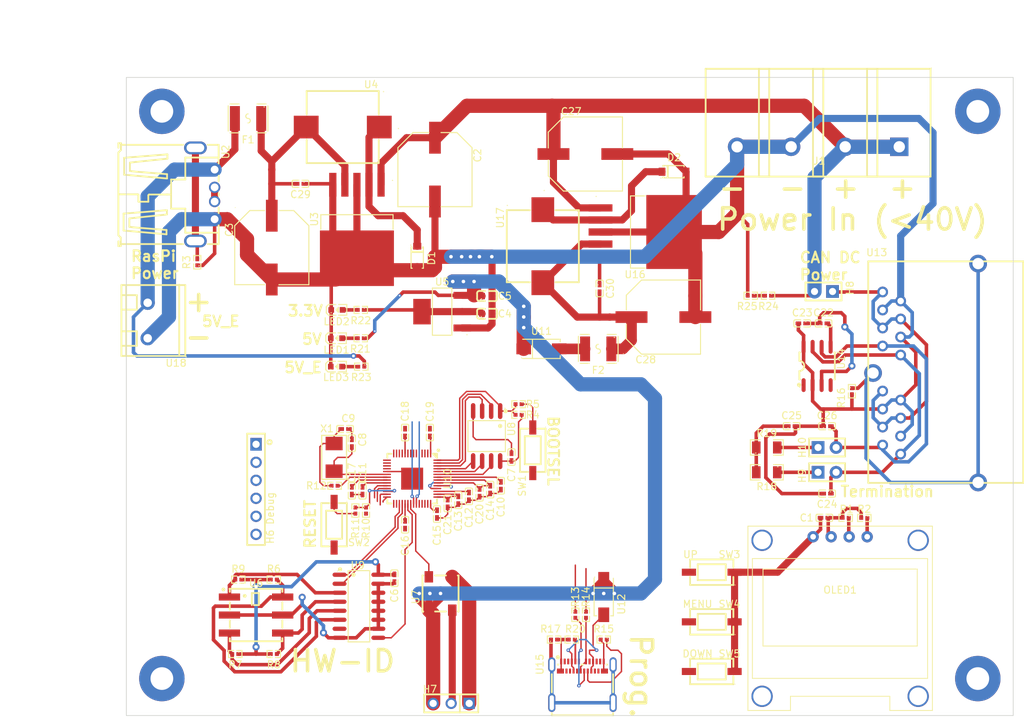
<source format=kicad_pcb>
(kicad_pcb (version 20221018) (generator pcbnew)
  (title_block (title "Dispensy Mainboard") (date "2024-01-28") (rev "0") (company "DrinkRobotics") (comment 1 "https://git.xythobuz.de/thomas/Dispensy") (comment 2 "Licensed under the CERN-OHL-S-2.0+") (comment 3 "PCB Thickness: 1mm") (comment 4 "Copyright (c) 2023 - 2024 Thomas Buck <thomas@xythobuz.de>"))
  (layers (0 "F.Cu" signal) (31 "B.Cu" signal) (34 "B.Paste" user) (35 "F.Paste" user) (36 "B.SilkS" user "B.Silkscreen") (37 "F.SilkS" user "F.Silkscreen") (38 "B.Mask" user) (39 "F.Mask" user) (44 "Edge.Cuts" user))
  (net 0 "")
  (net 1 "GND")
  (net 2 "+3.3V")
  (net 3 "+VDC")
  (net 4 "/EXT_PSU/Vout")
  (net 5 "+5V")
  (net 6 "Net-(U10-XIN)")
  (net 7 "Net-(X1-OSC2)")
  (net 8 "+1V1")
  (net 9 "Net-(U14-CANH)")
  (net 10 "Net-(C25-Pad1)")
  (net 11 "Net-(U14-CANL)")
  (net 12 "/PI/PI_PSU/Vout")
  (net 13 "Net-(U3-OUT)")
  (net 14 "Net-(U16-OUT)")
  (net 15 "/PI/ADC0")
  (net 16 "/PI/ADC1")
  (net 17 "/PI/ADC2")
  (net 18 "/PI/ADC3")
  (net 19 "/PI/IO0")
  (net 20 "/PI/IO1")
  (net 21 "/PI/IO2")
  (net 22 "/PI/IO3")
  (net 23 "/PI/IO4")
  (net 24 "/PI/IO5")
  (net 25 "/PI/IO6")
  (net 26 "/PI/IO7")
  (net 27 "/PI/IO8")
  (net 28 "/PI/IO9")
  (net 29 "/PI/IO10")
  (net 30 "/PI/IO11")
  (net 31 "/PI/IO12")
  (net 32 "/PI/IO13")
  (net 33 "/PI/IO14")
  (net 34 "/PI/IO15")
  (net 35 "/PI/Debug_Clock")
  (net 36 "/PI/Debug_Data")
  (net 37 "/PI/Debug_Tx")
  (net 38 "/PI/Debug_Rx")
  (net 39 "Net-(U7-DO)")
  (net 40 "Net-(H8-Pad1)")
  (net 41 "Net-(H9-Pad1)")
  (net 42 "Net-(H10-Pad1)")
  (net 43 "/PI/I2C_SCL")
  (net 44 "/PI/I2C_SDA")
  (net 45 "Net-(U2-SH1)")
  (net 46 "/PI/SPI_FLASH.SS")
  (net 47 "Net-(R5-Pad1)")
  (net 48 "Net-(U9-D7)")
  (net 49 "Net-(U9-D6)")
  (net 50 "Net-(U9-D5)")
  (net 51 "Net-(U9-D4)")
  (net 52 "Net-(U10-RUN)")
  (net 53 "Net-(R11-Pad2)")
  (net 54 "Net-(U10-XOUT)")
  (net 55 "/PI/USBC.DP")
  (net 56 "Net-(U10-USB_DP)")
  (net 57 "/PI/USBC.DM")
  (net 58 "Net-(U10-USB_DM)")
  (net 59 "Net-(U15-CC2)")
  (net 60 "Net-(R16-Pad1)")
  (net 61 "/PI/USBC.SHIELD")
  (net 62 "Net-(U15-CC1)")
  (net 63 "Net-(U2-D+)")
  (net 64 "/PI/LED_Din")
  (net 65 "/PI/SPI_FLASH.SD1")
  (net 66 "/PI/SPI_FLASH.SD2")
  (net 67 "/PI/SPI_FLASH.SD0")
  (net 68 "/PI/SPI_FLASH.SCLK")
  (net 69 "/PI/SPI_FLASH.SD3")
  (net 70 "/PI/SR_Load")
  (net 71 "/PI/SR_Clock")
  (net 73 "/PI/SR_Data")
  (net 74 "Net-(U10-GPIO24)")
  (net 75 "Net-(U10-GPIO25)")
  (net 76 "/PI/USBC.VBUS")
  (net 87 "Net-(U2-VCC)")
  (net 88 "Net-(U11-A)")
  (net 89 "Net-(LED1-+)")
  (net 90 "Net-(LED2-+)")
  (net 91 "Net-(LED3-+)")
  (footprint "jlc_footprints:HDR-TH_3P-P2.54-V-F" (layer "F.Cu") (at 139.275082 136 180)
    (fp_text reference "H7")
    (fp_text value "WS2812")
  )
  (footprint "jlc_footprints:C0402" (layer "F.Cu") (at 140.275082 107.34763 -90)
    (fp_text reference "C13")
    (fp_text value "1uF")
  )
  (footprint "jlc_footprints:LED0603-RD" (layer "F.Cu") (at 123.101981 88.506858)
    (fp_text reference "LED3")
    (fp_text value "FC-D1608HGK-572C")
  )
  (footprint "jlc_footprints:SW-SMD_L6.1-W3.6-LS6.6" (layer "F.Cu") (at 176 124.5 180)
    (fp_text reference "SW4")
    (fp_text value "MENU")
  )
  (footprint "jlc_footprints:R1206" (layer "F.Cu") (at 183.754966 99.907765)
    (fp_text reference "R19")
    (fp_text value "60R4")
  )
  (footprint "jlc_footprints:TO-263-5_L10.6-W9.6-P1.70-LS15.9-BR" (layer "F.Cu") (at 125.990456 68.034258 90)
    (fp_text reference "U3")
    (fp_text value "LM2576S-5_0_TR")
  )
  (footprint "jlc_footprints:R0402" (layer "F.Cu") (at 127.275082 108.802545 -90)
    (fp_text reference "R10")
    (fp_text value "10K")
  )
  (footprint "jlc_footprints:CAP-SMD_BD10.0-L10.3-W10.3-FD" (layer "F.Cu") (at 158.190482 58.51762)
    (fp_text reference "C27")
    (fp_text value "100uF")
  )
  (footprint "jlc_footprints:CONN-TH_4P-P7.62_L15.2-W31.7-EX4.2" (layer "F.Cu") (at 191 57.5 180)
    (fp_text reference "U1")
    (fp_text value "DBT50G-7_62-4P")
  )
  (footprint "jlc_footprints:R0402" (layer "F.Cu") (at 158.275082 123.5 -90)
    (fp_text reference "R14")
    (fp_text value "27R4")
  )
  (footprint "jlc_footprints:RJ45-TH_DS1129-05-S80BP-X" (layer "F.Cu") (at 206.140469 89.407765 90)
    (fp_text reference "U13")
    (fp_text value "CAN_IO")
  )
  (footprint "jlc_footprints:SOD-123_L2.8-W1.8-LS3.7-RD" (layer "F.Cu") (at 170.690482 61.01762)
    (fp_text reference "D2")
    (fp_text value "MBR340F")
  )
  (footprint "jlc_footprints:C0402" (layer "F.Cu") (at 188.754966 82.407765 180)
    (fp_text reference "C23")
    (fp_text value "47nF")
  )
  (footprint "jlc_footprints:SW-SMD_L6.1-W3.6-LS6.6" (layer "F.Cu") (at 176 117.5 180)
    (fp_text reference "SW3")
    (fp_text value "UP")
  )
  (footprint "jlc_footprints:F1812" (layer "F.Cu") (at 110.646558 53.5 180)
    (fp_text reference "F1")
    (fp_text value "ASMD1812-350-16V")
  )
  (footprint "jlc_footprints:C0402" (layer "F.Cu") (at 126.775082 106 -90)
    (fp_text reference "C11")
    (fp_text value "100nF")
  )
  (footprint "jlc_footprints:CAP-SMD_BD10.0-L10.3-W10.3-FD" (layer "F.Cu") (at 136.990456 60.717646 -90)
    (fp_text reference "C2")
    (fp_text value "100uF")
  )
  (footprint "jlc_footprints:R0402" (layer "F.Cu") (at 114.275082 118.53813)
    (fp_text reference "R6")
    (fp_text value "10K")
  )
  (footprint "jlc_footprints:C0402" (layer "F.Cu") (at 191.874904 109.82738 180)
    (fp_text reference "C1")
    (fp_text value "100nF")
  )
  (footprint "jlc_footprints:R0402" (layer "F.Cu") (at 156.775082 123.5 -90)
    (fp_text reference "R13")
    (fp_text value "27R4")
  )
  (footprint "jlc_footprints:C0402" (layer "F.Cu") (at 138.775082 107.802545 -90)
    (fp_text reference "C21")
    (fp_text value "100nF")
  )
  (footprint "jlc_footprints:C0402" (layer "F.Cu") (at 192.254966 96.907765)
    (fp_text reference "C26")
    (fp_text value "100pF")
  )
  (footprint "jlc_footprints:HDR-TH_6P-P2.54-V-F" (layer "F.Cu") (at 111.775082 105.810008 -90)
    (fp_text reference "H6")
    (fp_text value "Debug")
  )
  (footprint "jlc_footprints:C0402" (layer "F.Cu") (at 132.775082 110.802545 -90)
    (fp_text reference "C16")
    (fp_text value "100nF")
  )
  (footprint "jlc_footprints:R0402" (layer "F.Cu") (at 126.601981 88.506858 180)
    (fp_text reference "R23")
    (fp_text value "1K")
  )
  (footprint "jlc_footprints:SOT-223-4_L6.5-W3.5-P2.30-LS7.0-BR" (layer "F.Cu") (at 138 80.75)
    (fp_text reference "U5")
    (fp_text value "AMS1117-3_3_C347222")
  )
  (footprint "jlc_footprints:SOIC-8_L5.0-W4.0-P1.27-LS6.0-BL" (layer "F.Cu") (at 190.849962 88.407765)
    (fp_text reference "U14")
    (fp_text value "TJA1042T_3_1J")
  )
  (footprint "jlc_footprints:CONN-TH_XY300V-A-5.0-2P" (layer "F.Cu") (at 96.5 82 90)
    (fp_text reference "U18")
    (fp_text value "XY300V-A-5_0-2P")
  )
  (footprint "jlc_footprints:LED-SMD_4P-L5.0-W5.0-LS5.4-TL-1" (layer "F.Cu") (at 137.775082 120.5 90)
    (fp_text reference "U7")
    (fp_text value "WS2812E-V5")
  )
  (footprint "MountingHole:MountingHole_3.2mm_M3_Pad_TopBottom" (layer "F.Cu") (at 213.5 52.5)
    (fp_text reference "H12" hide)
    (fp_text value "MountingHole" hide)
  )
  (footprint "jlc_footprints:R0402" (layer "F.Cu") (at 103.490456 73.784829 90)
    (fp_text reference "R3")
    (fp_text value "1M")
  )
  (footprint "jlc_footprints:LED0603-RD" (layer "F.Cu") (at 123.169164 80.503429)
    (fp_text reference "LED2")
    (fp_text value "FC-D1608HGK-572C")
  )
  (footprint "jlc_footprints:C0402" (layer "F.Cu") (at 147.775082 101.25746 90)
    (fp_text reference "C7")
    (fp_text value "100nF")
  )
  (footprint "jlc_footprints:C0402" (layer "F.Cu") (at 124.320167 97.302545 180)
    (fp_text reference "C9")
    (fp_text value "27p")
  )
  (footprint "jlc_footprints:HDR-TH_2P-P2.54-V-M-1" (layer "F.Cu") (at 191.754966 77.907765 180)
    (fp_text reference "H8")
    (fp_text value "PWR")
  )
  (footprint "jlc_footprints:R0402" (layer "F.Cu") (at 194.874904 109.82738 180)
    (fp_text reference "R1")
    (fp_text value "10K")
  )
  (footprint "jlc_footprints:R0402" (layer "F.Cu") (at 156.275082 127 180)
    (fp_text reference "R20")
    (fp_text value "5K1")
  )
  (footprint "jlc_footprints:C0402" (layer "F.Cu") (at 132.775082 97.802545 90)
    (fp_text reference "C18")
    (fp_text value "100nF")
  )
  (footprint "jlc_footprints:USB-C-SMD_TYPE-C-USB-18" (layer "F.Cu") (at 157.775082 133)
    (fp_text reference "U15")
    (fp_text value "USB-C")
  )
  (footprint "jlc_footprints:C0402" (layer "F.Cu") (at 141.775082 106.802545 -90)
    (fp_text reference "C12")
    (fp_text value "1uF")
  )
  (footprint "jlc_footprints:OSC-SMD_2P-L5.0-W3.2" (layer "F.Cu") (at 122.775082 101.302545 90)
    (fp_text reference "X1")
    (fp_text value "12MHz")
  )
  (footprint "jlc_footprints:SW-SMD_L6.1-W3.6-LS6.6" (layer "F.Cu") (at 150.775082 100.302545 -90)
    (fp_text reference "SW1")
    (fp_text value "BOOTSEL")
  )
  (footprint "MountingHole:MountingHole_3.2mm_M3_Pad_TopBottom" (layer "F.Cu") (at 98.5 52.5)
    (fp_text reference "H11" hide)
    (fp_text value "MountingHole" hide)
  )
  (footprint "jlc_footprints:TO-263-5_L10.6-W9.6-P1.70-LS15.9-BR" (layer "F.Cu") (at 165.507094 69.51762 180)
    (fp_text reference "U16")
    (fp_text value "LM2576S-5_0_TR")
  )
  (footprint "jlc_footprints:R0402" (layer "F.Cu") (at 183.932817 78.5 180)
    (fp_text reference "R24")
    (fp_text value "147K")
  )
  (footprint "jlc_footprints:R0402" (layer "F.Cu") (at 125.775082 108.802545 -90)
    (fp_text reference "R11")
    (fp_text value "1K")
  )
  (footprint "jlc_footprints:R0402" (layer "F.Cu") (at 122.842265 105.302545)
    (fp_text reference "R12")
    (fp_text value "1K")
  )
  (footprint "jlc_footprints:SW-SMD_L6.1-W3.6-LS6.6" (layer "F.Cu") (at 122.775082 110.802545 -90)
    (fp_text reference "SW2")
    (fp_text value "RESET")
  )
  (footprint "jlc_footprints:R0402" (layer "F.Cu") (at 153.775082 127)
    (fp_text reference "R17")
    (fp_text value "1M")
  )
  (footprint "jlc_footprints:R0402" (layer "F.Cu") (at 148.775082 95.302545 180)
    (fp_text reference "R4")
    (fp_text value "10K")
  )
  (footprint "jlc_footprints:R0402" (layer "F.Cu") (at 160.775082 127 180)
    (fp_text reference "R15")
    (fp_text value "5K1")
  )
  (footprint "jlc_footprints:C0402" (layer "F.Cu") (at 143.275082 106.302545 -90)
    (fp_text reference "C20")
    (fp_text value "100nF")
  )
  (footprint "jlc_footprints:SOIC-8_L5.3-W5.3-P1.27-LS8.0-BL" (layer "F.Cu") (at 144.275082 98.302545 180)
    (fp_text reference "U8")
    (fp_text value "W25Q128JVSIQ")
  )
  (footprint "jlc_footprints:C0402" (layer "F.Cu") (at 192.254966 106.407765 180)
    (fp_text reference "C24")
    (fp_text value "100pF")
  )
  (footprint "jlc_footprints:R0402" (layer "F.Cu") (at 126.534798 80.503429 180)
    (fp_text reference "R22")
    (fp_text value "1K")
  )
  (footprint "jlc_footprints:LED0603-RD" (layer "F.Cu") (at 123.101981 84.503429)
    (fp_text reference "LED1")
    (fp_text value "FC-D1608HGK-572C")
  )
  (footprint "jlc_footprints:SMA_L4.4-W2.8-LS5.4-R-RD" (layer "F.Cu") (at 152 86)
    (fp_text reference "U11")
    (fp_text value "SS54_C22452")
  )
  (footprint "jlc_footprints:F1812" (layer "F.Cu") (at 160 86 180)
    (fp_text reference "F2")
    (fp_text value "ASMD1812-350-16V")
  )
  (footprint "MountingHole:MountingHole_3.2mm_M3_Pad_TopBottom" (layer "F.Cu") (at 213.5 132.5)
    (fp_text reference "H14" hide)
    (fp_text value "MountingHole" hide)
  )
  (footprint "jlc_footprints:CAP-SMD_BD10.0-L10.3-W10.3-LS11.3-FD" (layer "F.Cu") (at 113.990456 71.717646 -90)
    (fp_text reference "C3")
    (fp_text value "1000uF")
  )
  (footprint "jlc_footprints:CAP-SMD_BD10.0-L10.3-W10.3-LS11.3-FD" (layer "F.Cu") (at 169.190482 81.51762)
    (fp_text reference "C28")
    (fp_text value "1000uF")
  )
  (footprint "jlc_footprints:C0402" (layer "F.Cu") (at 146.275082 105.302545 -90)
    (fp_text reference "C10")
    (fp_text value "100nF")
  )
  (footprint "jlc_footprints:C0603" (layer "F.Cu") (at 144.3349 78.549975)
    (fp_text reference "C5")
    (fp_text value "10uF")
  )
  (footprint "jlc_footprints:C0402" (layer "F.Cu") (at 136.275082 97.802545 90)
    (fp_text reference "C19")
    (fp_text value "100nF")
  )
  (footprint "jlc_footprints:R0402" (layer "F.Cu") (at 181.5 78.5 180)
    (fp_text reference "R25")
    (fp_text value "10K")
  )
  (footprint "jlc_footprints:C0402" (layer "F.Cu") (at 137.275082 109.302545 -90)
    (fp_text reference "C15")
    (fp_text value "100nF")
  )
  (footprint "jlc_footprints:R0402" (layer "F.Cu") (at 195.754966 91.974948 -90)
    (fp_text reference "R16")
    (fp_text value "1M")
  )
  (footprint "jlc_footprints:SMA_L4.4-W2.8-LS5.4-R-RD" (layer "F.Cu") (at 160.775082 121 -90)
    (fp_text reference "U12")
    (fp_text value "SS54_C22452")
  )
  (footprint "jlc_footprints:R0402" (layer "F.Cu") (at 148.775082 93.802545 180)
    (fp_text reference "R5")
    (fp_text value "1K")
  )
  (footprint "jlc_footprints:SW-SMD_SM_SKCR-16S" (layer "F.Cu") (at 111.775082 123.53813 90)
    (fp_text reference "U6")
    (fp_text value "SKCR-16S")
  )
  (footprint "jlc_footprints:C0603" (layer "F.Cu") (at 144.3349 81.049975)
    (fp_text reference "C4")
    (fp_text value "10uF")
  )
  (footprint "jlc_footprints:C0402" (layer "F.Cu") (at 187.254966 96.907765)
    (fp_text reference "C25")
    (fp_text value "4.7nF")
  )
  (footprint "jlc_footprints:C0402" (layer "F.Cu") (at 144.775082 105.84763 -90)
    (fp_text reference "C14")
    (fp_text value "100nF")
  )
  (footprint "jlc_footprints:R1206" (layer "F.Cu") (at 183.754966 103.407765 180)
    (fp_text reference "R18")
    (fp_text value "60R4")
  )
  (footprint "jlc_footprints:USB-A-TH_USB-302-T" (layer "F.Cu") (at 104.581769 64.217646 -90)
    (fp_text reference "U2")
    (fp_text value "USB-A")
  )
  (footprint "jlc_footprints:C0402" (layer "F.Cu") (at 131.275082 118.34763 90)
    (fp_text reference "C6")
    (fp_text value "100nF")
  )
  (footprint "jlc_footprints:SOIC-16_L9.9-W3.9-P1.27-LS6.0-BL" (layer "F.Cu") (at 126.275082 122.302545 -90)
    (fp_text reference "U9")
    (fp_text value "74HC165D,653")
  )
  (footprint "jlc_footprints:R0402" (layer "F.Cu") (at 197.5 109.845 180)
    (fp_text reference "R2")
    (fp_text value "10K")
  )
  (footprint "MountingHole:MountingHole_3.2mm_M3_Pad_TopBottom" (layer "F.Cu") (at 98.5 132.5)
    (fp_text reference "H13" hide)
    (fp_text value "MountingHole" hide)
  )
  (footprint "jlc_footprints:SOD-123_L2.8-W1.8-LS3.7-RD" (layer "F.Cu") (at 134.490456 73.217646 -90)
    (fp_text reference "D1")
    (fp_text value "MBR340F")
  )
  (footprint "jlc_footprints:SW-SMD_L6.1-W3.6-LS6.6" (layer "F.Cu") (at 176 131.5 180)
    (fp_text reference "SW5")
    (fp_text value "DOWN")
  )
  (footprint "jlc_footprints:IND-SMD_L11.5-W10.0_YSPI1050" (layer "F.Cu") (at 152.190482 71.51762 -90)
    (fp_text reference "U17")
    (fp_text value "100uH")
  )
  (footprint "jlc_footprints:LQFN-56_L7.0-W7.0-P0.4-EP" (layer "F.Cu") (at 133.774955 104.302545 -90)
    (fp_text reference "U10")
    (fp_text value "RP2040")
  )
  (footprint "jlc_footprints:IND-SMD_L11.5-W10.0_YSPI1050" (layer "F.Cu") (at 123.990456 54.717646 180)
    (fp_text reference "U4")
    (fp_text value "100uH")
  )
  (footprint "jlc_footprints:R0402" (layer "F.Cu") (at 114.275082 129.03813)
    (fp_text reference "R8")
    (fp_text value "10K")
  )
  (footprint "jlc_footprints:R0402" (layer "F.Cu") (at 126.534798 84.503429 180)
    (fp_text reference "R21")
    (fp_text value "1K")
  )
  (footprint "jlc_footprints:C0402" (layer "F.Cu") (at 125.275082 99.302545 -90)
    (fp_text reference "C8")
    (fp_text value "27p")
  )
  (footprint "jlc_footprints:C0402" (layer "F.Cu") (at 118.035541 62.717646 180)
    (fp_text reference "C29")
    (fp_text value "100nF")
  )
  (footprint "jlc_footprints:R0402" (layer "F.Cu") (at 109.275082 118.53813 180)
    (fp_text reference "R9")
    (fp_text value "10K")
  )
  (footprint "extern:SSD1306_0.96_Oled" (layer "F.Cu") (at 181.095 137)
    (fp_text reference "OLED1")
    (fp_text value "SSD1306")
  )
  (footprint "jlc_footprints:C0402" (layer "F.Cu") (at 191.754966 82.407765)
    (fp_text reference "C22")
    (fp_text value "100nF")
  )
  (footprint "jlc_footprints:C0402" (layer "F.Cu") (at 125.275082 106 -90)
    (fp_text reference "C17")
    (fp_text value "100nF")
  )
  (footprint "jlc_footprints:HDR-TH_2P-P2.54-V-M-1" (layer "F.Cu") (at 192.254966 99.907765)
    (fp_text reference "H10")
    (fp_text value "T_CL")
  )
  (footprint "jlc_footprints:R0402" (layer "F.Cu") (at 108.842265 129.03813 180)
    (fp_text reference "R7")
    (fp_text value "10K")
  )
  (footprint "jlc_footprints:HDR-TH_2P-P2.54-V-M-1" (layer "F.Cu") (at 192.254966 103.407765)
    (fp_text reference "H9")
    (fp_text value "T_CH")
  )
  (footprint "jlc_footprints:C0402" (layer "F.Cu") (at 160.190482 77.472535 -90)
    (fp_text reference "C30")
    (fp_text value "100nF")
  )
  (gr_rect (start 93.490456 47.717646) (end 218.490456 137.717646) (stroke (width 0.1)) (fill none) (layer "Edge.Cuts"))
  (gr_text "BOOTSEL" (at 152.775082 95.302545 -90) (layer "F.SilkS") (effects (font (size 1.5 1.5) (thickness 0.3) bold) (justify left bottom)))
  (gr_text "Power In (<40V)" (at 176.5 69.5) (layer "F.SilkS") (effects (font (size 3 3) (thickness 0.5) bold) (justify left bottom)))
  (gr_text "-" (at 176.689992 65) (layer "F.SilkS") (effects (font (size 3 3) (thickness 0.5) bold) (justify left bottom)))
  (gr_text "Termination" (at 194 107) (layer "F.SilkS") (effects (font (size 1.5 1.5) (thickness 0.3) bold) (justify left bottom)))
  (gr_text "+" (at 192.689992 65) (layer "F.SilkS") (effects (font (size 3 3) (thickness 0.5) bold) (justify left bottom)))
  (gr_text "RasPi\nPower" (at 93.990456 76.217646) (layer "F.SilkS") (effects (font (size 1.5 1.5) (thickness 0.3) bold) (justify left bottom)))
  (gr_text "-" (at 101.5 86) (layer "F.SilkS") (effects (font (size 3 3) (thickness 0.5) bold) (justify left bottom)))
  (gr_text "HW-ID" (at 116.275082 131.802545) (layer "F.SilkS") (effects (font (size 3 3) (thickness 0.5) bold) (justify left bottom)))
  (gr_text "Prog." (at 164.275082 126 -90) (layer "F.SilkS") (effects (font (size 3 3) (thickness 0.5) bold) (justify left bottom)))
  (gr_text "+" (at 200.689992 65) (layer "F.SilkS") (effects (font (size 3 3) (thickness 0.5) bold) (justify left bottom)))
  (gr_text "RESET" (at 120.275082 114.302545 90) (layer "F.SilkS") (effects (font (size 1.5 1.5) (thickness 0.3) bold) (justify left bottom)))
  (gr_text "5V_E" (at 104 83) (layer "F.SilkS") (effects (font (size 1.5 1.5) (thickness 0.3) bold) (justify left bottom)))
  (gr_text "CAN DC\nPower" (at 188.254966 76.407765) (layer "F.SilkS") (effects (font (size 1.5 1.5) (thickness 0.3) bold) (justify left bottom)))
  (gr_text "3.3V" (at 116.101981 81.503429) (layer "F.SilkS") (effects (font (size 1.5 1.5) (thickness 0.3) bold) (justify left bottom)))
  (gr_text "5V" (at 118.101981 85.503429) (layer "F.SilkS") (effects (font (size 1.5 1.5) (thickness 0.3) bold) (justify left bottom)))
  (gr_text "+" (at 101.5 81) (layer "F.SilkS") (effects (font (size 3 3) (thickness 0.5) bold) (justify left bottom)))
  (gr_text "5V_E" (at 115.601981 89.503429) (layer "F.SilkS") (effects (font (size 1.5 1.5) (thickness 0.3) bold) (justify left bottom)))
  (gr_text "-" (at 185.189992 65) (layer "F.SilkS") (effects (font (size 3 3) (thickness 0.5) bold) (justify left bottom)))
  (segment (start 134.490456 74.910051) (end 127.682861 74.910051) (width 2) (layer "F.Cu") (net 1))
  (segment (start 139.820167 108.34763) (end 140.275082 107.892715) (width 0.2) (layer "F.Cu") (net 1))
  (segment (start 107.717773 67.717773) (end 110.5 70.5) (width 2) (layer "F.Cu") (net 1))
  (segment (start 129.010667 122.937546) (end 129.010667 121.667544) (width 0.5) (layer "F.Cu") (net 1))
  (segment (start 145.034925 78.549975) (end 145.034925 73.034925) (width 1) (layer "F.Cu") (net 1))
  (segment (start 143.275082 106.84763) (end 144.320167 106.84763) (width 0.2) (layer "F.Cu") (net 1))
  (segment (start 125.990456 62.85087) (end 125.990456 73.217646) (width 1) (layer "F.Cu") (net 1))
  (segment (start 154.207899 127) (end 154.775082 127) (width 0.5) (layer "F.Cu") (net 1))
  (segment (start 160.775082 127.570002) (end 160.342265 127.137185) (width 0.2) (layer "F.Cu") (net 1))
  (segment (start 191.709881 96.907765) (end 191.709881 94.532733) (width 0.5) (layer "F.Cu") (net 1))
  (segment (start 136.990456 74.509544) (end 136.589949 74.910051) (width 2) (layer "F.Cu") (net 1))
  (segment (start 118.275082 121.03813) (end 118.275082 122.03813) (width 0.5) (layer "F.Cu") (net 1))
  (segment (start 172.382887 67.825215) (end 170.690482 69.51762) (width 1) (layer "F.Cu") (net 1))
  (segment (start 181.067183 68.427229) (end 179.569977 66.930023) (width 0.5) (layer "F.Cu") (net 1))
  (segment (start 105.936735 67.717773) (end 107.717773 67.717773) (width 2) (layer "F.Cu") (net 1))
  (segment (start 110.5 72.727063) (end 113.990456 76.217519) (width 2) (layer "F.Cu") (net 1))
  (segment (start 147.275082 98.802545) (end 147.775082 99.302545) (width 0.2) (layer "F.Cu") (net 1))
  (segment (start 142.775082 107.34763) (end 143.275082 106.84763) (width 0.2) (layer "F.Cu") (net 1))
  (segment (start 187.625096 98.01762) (end 187.800051 97.842665) (width 0.5) (layer "F.Cu") (net 1))
  (segment (start 184.125096 98.01762) (end 187.625096 98.01762) (width 0.5) (layer "F.Cu") (net 1))
  (segment (start 179.569977 66.930023) (end 176.98238 69.51762) (width 2) (layer "F.Cu") (net 1))
  (segment (start 136.990456 73.009544) (end 136.990456 65.217519) (width 1) (layer "F.Cu") (net 1))
  (segment (start 142.775082 98.802545) (end 147.275082 98.802545) (width 0.2) (layer "F.Cu") (net 1))
  (segment (start 136.589949 74.910051) (end 134.490456 74.910051) (width 2) (layer "F.Cu") (net 1))
  (segment (start 202.625458 93.217646) (end 204.754966 91.088138) (width 0.5) (layer "F.Cu") (net 1))
  (segment (start 122.990583 76.217519) (end 125.990456 73.217646) (width 1) (layer "F.Cu") (net 1))
  (segment (start 124.865252 97.302545) (end 125.275082 97.712375) (width 0.2) (layer "F.Cu") (net 1))
  (segment (start 190.214961 93.36776) (end 191.334849 94.487648) (width 0.5) (layer "F.Cu") (net 1))
  (segment (start 167.290431 72.917671) (end 170.690482 69.51762) (width 1) (layer "F.Cu") (net 1))
  (segment (start 129.010667 124.207549) (end 129.010667 122.937546) (width 0.5) (layer "F.Cu") (net 1))
  (segment (start 154.775082 130.090043) (end 154.775082 131.33998) (width 0.2) (layer "F.Cu") (net 1))
  (segment (start 183.625096 98.51762) (end 184.125096 98.01762) (width 0.5) (layer "F.Cu") (net 1))
  (segment (start 160.775082 131.33998) (end 160.875158 131.440056) (width 0.2) (layer "F.Cu") (net 1))
  (segment (start 172.382887 61.01762) (end 172.382887 67.825215) (width 1) (layer "F.Cu") (net 1))
  (segment (start 160.342265 127.137185) (end 160.342265 127) (width 0.2) (layer "F.Cu") (net 1))
  (segment (start 122.302514 84.506858) (end 122.302514 88.510287) (width 0.5) (layer "F.Cu") (net 1))
  (segment (start 185.87949 106.407765) (end 183.625096 104.153371) (width 0.5) (layer "F.Cu") (net 1))
  (segment (start 103.490456 74.217646) (end 104.260458 74.217646) (width 0.5) (layer "F.Cu") (net 1))
  (segment (start 145.034925 73.034925) (end 145 73) (width 1) (layer "F.Cu") (net 1))
  (segment (start 131.040258 119.127539) (end 131.275082 118.892715) (width 0.5) (layer "F.Cu") (net 1))
  (segment (start 181.067183 78.5) (end 181.067183 68.427229) (width 0.5) (layer "F.Cu") (net 1))
  (segment (start 136.990456 73.009544) (end 139.240456 73.009544) (width 2) (layer "F.Cu") (net 1))
  (segment (start 145.729997 106.392715) (end 146.275082 105.84763) (width 0.2) (layer "F.Cu") (net 1))
  (segment (start 137.275082 109.84763) (end 138.229997 109.84763) (width 0.2) (layer "F.Cu") (net 1))
  (segment (start 144.320167 106.84763) (end 144.775082 106.392715) (width 0.2) (layer "F.Cu") (net 1))
  (segment (start 145.034925 78.549975) (end 145.034925 81.049975) (width 1) (layer "F.Cu") (net 1))
  (segment (start 154.775082 127) (end 155.842265 127) (width 0.5) (layer "F.Cu") (net 1))
  (segment (start 138.775082 108.34763) (end 139.820167 108.34763) (width 0.2) (layer "F.Cu") (net 1))
  (segment (start 127.682861 74.910051) (end 125.990456 73.217646) (width 1) (layer "F.Cu") (net 1))
  (segment (start 195.754966 92.407765) (end 195.754966 94.487648) (width 0.5) (layer "F.Cu") (net 1))
  (segment (start 138.775082 109.302545) (end 138.775082 108.34763) (width 0.2) (layer "F.Cu") (net 1))
  (segment (start 162.690355 58.51762) (end 169.882887 58.51762) (width 1) (layer "F.Cu") (net 1))
  (segment (start 130.224917 103.302545) (end 132.775082 103.302545) (width 0.2) (layer "F.Cu") (net 1))
  (segment (start 129.010667 125.477551) (end 129.010667 124.207549) (width 0.5) (layer "F.Cu") (net 1))
  (segment (start 125.890652 126.747554) (end 123.539497 126.747554) (width 0.5) (layer "F.Cu") (net 1))
  (segment (start 110.5 70.5) (end 110.5 72.727063) (width 2) (layer "F.Cu") (net 1))
  (segment (start 154.775082 130.090043) (end 154.775082 127) (width 0.2) (layer "F.Cu") (net 1))
  (segment (start 145.034925 82.499975) (end 145.034925 81.049975) (width 1) (layer "F.Cu") (net 1))
  (segment (start 138.229997 109.84763) (end 138.775082 109.302545) (width 0.2) (layer "F.Cu") (net 1))
  (segment (start 187.189992 57.5) (end 179.569977 57.5) (width 2) (layer "F.Cu") (net 1))
  (segment (start 160.323706 69.51762) (end 170.690482 69.51762) (width 1) (layer "F.Cu") (net 1))
  (segment (start 188.944958 84.097757) (end 188.209881 83.36268) (width 0.5) (layer "F.Cu") (net 1))
  (segment (start 118.275082 122.03813) (end 116.775082 123.53813) (width 0.5) (layer "F.Cu") (net 1))
  (segment (start 122.590405 62.85087) (end 122.590405 69.817595) (width 1) (layer "F.Cu") (net 1))
  (segment (start 142.370078 98.397541) (end 142.775082 98.802545) (width 0.2) (layer "F.Cu") (net 1))
  (segment (start 173.690355 72.517493) (end 170.690482 69.51762) (width 1) (layer "F.Cu") (net 1))
  (segment (start 190.214961 89.36776) (end 188.944958 88.097757) (width 0.5) (layer "F.Cu") (net 1))
  (segment (start 187.800051 97.842665) (end 187.800051 96.907765) (width 0.5) (layer "F.Cu") (net 1))
  (segment (start 104.260458 74.217646) (end 105.936735 72.541369) (width 0.5) (layer "F.Cu") (net 1))
  (segment (start 147.775082 99.302545) (end 147.775082 100.712375) (width 0.2) (layer "F.Cu") (net 1))
  (segment (start 191.329819 109.82738) (end 191.329819 111.455181) (width 0.5) (layer "F.Cu") (net 1))
  (segment (start 126.775082 106.545085) (end 125.275082 106.545085) (width 0.2) (layer "F.Cu") (net 1))
  (segment (start 136.990456 73.009544) (end 136.990456 74.509544) (width 2) (layer "F.Cu") (net 1))
  (segment (start 154.775082 131.33998) (end 154.675006 131.440056) (width 0.2) (layer "F.Cu") (net 1))
  (segment (start 160.775082 130.090043) (end 160.775082 131.33998) (width 0.2) (layer "F.Cu") (net 1))
  (segment (start 129.010667 125.477551) (end 127.160655 125.477551) (width 0.5) (layer "F.Cu") (net 1))
  (segment (start 183.625096 104.153371) (end 183.625096 98.51762) (width 0.5) (layer "F.Cu") (net 1))
  (segment (start 185.285 117.5) (end 179.217424 117.5) (width 1) (layer "F.Cu") (net 1))
  (segment (start 160.775082 130.090043) (end 160.775082 127.570002) (width 0.2) (layer "F.Cu") (net 1))
  (segment (start 113.990456 76.217519) (end 122.990583 76.217519) (width 2) (layer "F.Cu") (net 1))
  (segment (start 141.815087 136) (end 141.815087 120.539878) (width 2) (layer "F.Cu") (net 1))
  (segment (start 129.010667 119.127539) (end 129.010667 120.397541) (width 0.5) (layer "F.Cu") (net 1))
  (segment (start 129.010667 119.127539) (end 131.040258 119.127539) (width 0.5) (layer "F.Cu") (net 1))
  (segment (start 204.754966 86.457136) (end 202.625458 84.327628) (width 0.5) (layer "F.Cu") (net 1))
  (segment (start 141.775082 107.34763) (end 142.775082 107.34763) (width 0.2) (layer "F.Cu") (net 1))
  (segment (start 144.484925 83.049975) (end 145.034925 82.499975) (width 1) (layer "F.Cu") (net 1))
  (segment (start 176.98238 69.51762) (end 170.690482 69.51762) (width 2) (layer "F.Cu") (net 1))
  (segment (start 188.944958 88.097757) (end 188.944958 85.70266) (width 0.5) (layer "F.Cu") (net 1))
  (segment (start 191.709881 106.407765) (end 185.87949 106.407765) (width 0.5) (layer "F.Cu") (net 1))
  (segment (start 122.590405 69.817595) (end 125.990456 73.217646) (width 1) (layer "F.Cu") (net 1))
  (segment (start 121.984506 126.747554) (end 121.275082 126.03813) (width 0.5) (layer "F.Cu") (net 1))
  (segment (start 179.569977 57.5) (end 179.569977 66.930023) (width 2) (layer "F.Cu") (net 1))
  (segment (start 191.329819 111.455181) (end 190.285 112.5) (width 0.5) (layer "F.Cu") (net 1))
  (segment (start 173.690355 81.51762) (end 173.690355 78.5) (width 2) (layer "F.Cu") (net 1))
  (segment (start 122.369697 80.506858) (end 122.369697 84.439675) (width 0.5) (layer "F.Cu") (net 1))
  (segment (start 191.754966 94.487648) (end 195.754966 94.487648) (width 0.5) (layer "F.Cu") (net 1))
  (segment (start 204.754966 91.088138) (end 204.754966 86.457136) (width 0.5) (layer "F.Cu") (net 1))
  (segment (start 179.217424 124.5) (end 179.217424 131.5) (width 1) (layer "F.Cu") (net 1))
  (segment (start 118.580626 62.717646) (end 122.457181 62.717646) (width 0.5) (layer "F.Cu") (net 1))
  (segment (start 142.370078 94.772446) (end 142.370078 98.397541) (width 0.2) (layer "F.Cu") (net 1))
  (segment (start 188.209881 82.407765) (end 188.209881 83.36268) (width 0.5) (layer "F.Cu") (net 1))
  (segment (start 116.775082 123.53813) (end 115.525146 123.53813) (width 0.5) (layer "F.Cu") (net 1))
  (segment (start 141.815087 120.539878) (end 139.425196 118.149987) (width 2) (layer "F.Cu") (net 1))
  (segment (start 160.190482 73.050895) (end 160.323706 72.917671) (width 0.5) (layer "F.Cu") (net 1))
  (segment (start 160.323706 72.917671) (end 167.290431 72.917671) (width 1) (layer "F.Cu") (net 1))
  (segment (start 188.944958 85.70266) (end 188.944958 84.097757) (width 0.5) (layer "F.Cu") (net 1))
  (segment (start 132.775082 103.302545) (end 133.775082 104.302545) (width 0.2) (layer "F.Cu") (net 1))
  (segment (start 125.275082 97.712375) (end 125.275082 98.75746) (width 0.2) (layer "F.Cu") (net 1))
  (segment (start 122.369697 84.439675) (end 122.302514 84.506858) (width 0.5) (layer "F.Cu") (net 1))
  (segment (start 139.25 73) (end 145 73) (width 2) (layer "F.Cu") (net 1))
  (segment (start 173.690355 78.5) (end 173.690355 72.517493) (width 2) (layer "F.Cu") (net 1))
  (segment (start 108.025018 123.53813) (end 115.525146 123.53813) (width 0.5) (layer "F.Cu") (net 1))
  (segment (start 123.539497 126.747554) (end 121.984506 126.747554) (width 0.5) (layer "F.Cu") (net 1))
  (segment (start 122.369697 80.506858) (end 122.369697 76.838405) (width 0.5) (layer "F.Cu") (net 1))
  (segment (start 195.754966 94.487648) (end 200.085452 94.487648) (width 0.5) (layer "F.Cu") (net 1))
  (segment (start 169.882887 58.51762) (end 172.382887 61.01762) (width 1) (layer "F.Cu") (net 1))
  (segment (start 191.334849 94.487648) (end 191.754966 94.487648) (width 0.5) (layer "F.Cu") (net 1))
  (segment (start 140.8349 83.049975) (end 144.484925 83.049975) (width 1) (layer "F.Cu") (net 1))
  (segment (start 139.240456 73.009544) (end 139.25 73) (width 1) (layer "F.Cu") (net 1))
  (segment (start 127.160655 125.477551) (end 125.890652 126.747554) (width 0.5) (layer "F.Cu") (net 1))
  (segment (start 179.217424 117.5) (end 179.217424 124.5) (width 1) (layer "F.Cu") (net 1))
  (segment (start 160.190482 76.92745) (end 160.190482 73.050895) (width 0.5) (layer "F.Cu") (net 1))
  (segment (start 191.709881 96.907765) (end 187.800051 96.907765) (width 0.5) (layer "F.Cu") (net 1))
  (segment (start 122.457181 62.717646) (end 122.590405 62.85087) (width 0.5) (layer "F.Cu") (net 1))
  (segment (start 122.369697 76.838405) (end 125.990456 73.217646) (width 0.5) (layer "F.Cu") (net 1))
  (segment (start 141.229997 107.892715) (end 141.775082 107.34763) (width 0.2) (layer "F.Cu") (net 1))
  (segment (start 144.775082 106.392715) (end 145.729997 106.392715) (width 0.2) (layer "F.Cu") (net 1))
  (segment (start 190.214961 91.11287) (end 190.214961 89.36776) (width 0.5) (layer "F.Cu") (net 1))
  (segment (start 190.214961 91.11287) (end 190.214961 93.36776) (width 0.5) (layer "F.Cu") (net 1))
  (segment (start 190.285 112.5) (end 185.285 117.5) (width 1) (layer "F.Cu") (net 1))
  (segment (start 105.936735 72.541369) (end 105.936735 67.717773) (width 0.5) (layer "F.Cu") (net 1))
  (segment (start 191.709881 94.532733) (end 191.754966 94.487648) (width 0.5) (layer "F.Cu") (net 1))
  (segment (start 129.010667 121.667544) (end 129.010667 120.397541) (width 0.5) (layer "F.Cu") (net 1))
  (segment (start 140.275082 107.892715) (end 141.229997 107.892715) (width 0.2) (layer "F.Cu") (net 1))
  (via (at 140.75 73) (size 1) (drill 0.5) (layers "F.Cu" "B.Cu") (net 1))
  (via (at 121.275082 126.03813) (size 1) (drill 0.5) (layers "F.Cu" "B.Cu") (net 1))
  (via (at 142 73) (size 1) (drill 0.5) (layers "F.Cu" "B.Cu") (net 1))
  (via (at 139.25 73) (size 1) (drill 0.5) (layers "F.Cu" "B.Cu") (net 1))
  (via (at 145 73) (size 1) (drill 0.5) (layers "F.Cu" "B.Cu") (net 1))
  (via (at 118.275082 121.03813) (size 1) (drill 0.5) (layers "F.Cu" "B.Cu") (net 1))
  (via (at 143.25 73) (size 1) (drill 0.5) (layers "F.Cu" "B.Cu") (net 1))
  (segment (start 204.254966 94.847154) (end 202.625458 93.217646) (width 0.5) (layer "B.Cu") (net 1))
  (segment (start 145 73) (end 166.588087 73) (width 2) (layer "B.Cu") (net 1))
  (segment (start 207.189992 65.5) (end 202.625458 70.064534) (width 1) (layer "B.Cu") (net 1))
  (segment (start 201.355454 93.217646) (end 200.085452 94.487648) (width 0.5) (layer "B.Cu") (net 1))
  (segment (start 101.282227 67.717773) (end 99.5 69.5) (width 2) (layer "B.Cu") (net 1))
  (segment (start 143.5 73) (end 145 73) (width 2) (layer "B.Cu") (net 1))
  (segment (start 118.275082 122.03813) (end 118.275082 121.03813) (width 0.5) (layer "B.Cu") (net 1))
  (segment (start 204.254966 96.668148) (end 204.254966 94.847154) (width 0.5) (layer "B.Cu") (net 1))
  (segment (start 121.275082 125.03813) (end 118.275082 122.03813) (width 0.5) (layer "B.Cu") (net 1))
  (segment (start 202.625458 93.217646) (end 201.355454 93.217646) (width 0.5) (layer "B.Cu") (net 1))
  (segment (start 187.189992 57.5) (end 179.569977 57.5) (width 2) (layer "B.Cu") (net 1))
  (segment (start 187.189992 57.5) (end 191.189992 53.5) (width 1) (layer "B.Cu") (net 1))
  (segment (start 179.569977 60.01811) (end 179.569977 57.5) (width 2) (layer "B.Cu") (net 1))
  (segment (start 202.625458 84.327628) (end 203.835103 84.327628) (width 0.5) (layer "B.Cu") (net 1))
  (segment (start 99.5 81.5) (end 96.5 84.5) (width 2) (layer "B.Cu") (net 1))
  (segment (start 201.355454 79.247618) (end 200.085452 80.51762) (width 0.5) (layer "B.Cu") (net 1))
  (segment (start 205.189992 53.5) (end 207.189992 55.5) (width 1) (layer "B.Cu") (net 1))
  (segment (start 121.275082 126.03813) (end 121.275082 125.03813) (width 0.5) (layer "B.Cu") (net 1))
  (segment (start 204.254966 80.877126) (end 202.625458 79.247618) (width 0.5) (layer "B.Cu") (net 1))
  (segment (start 203.835103 84.327628) (end 204.254966 83.907765) (width 0.5) (layer "B.Cu") (net 1))
  (segment (start 143 73) (end 143.5 73) (width 2) (layer "B.Cu") (net 1))
  (segment (start 202.625458 70.064534) (end 202.625458 79.247618) (width 1) (layer "B.Cu") (net 1))
  (segment (start 99.5 69.5) (end 99.5 81.5) (width 2) (layer "B.Cu") (net 1))
  (segment (start 191.189992 53.5) (end 205.189992 53.5) (width 1) (layer "B.Cu") (net 1))
  (segment (start 142 73) (end 142.25 73) (width 2) (layer "B.Cu") (net 1))
  (segment (start 202.625458 98.297656) (end 204.254966 96.668148) (width 0.5) (layer "B.Cu") (net 1))
  (segment (start 142.25 73) (end 143.25 73) (width 2) (layer "B.Cu") (net 1))
  (segment (start 139.25 73) (end 140.75 73) (width 2) (layer "B.Cu") (net 1))
  (segment (start 166.588087 73) (end 179.569977 60.01811) (width 2) (layer "B.Cu") (net 1))
  (segment (start 141 73) (end 142 73) (width 2) (layer "B.Cu") (net 1))
  (segment (start 202.625458 79.247618) (end 201.355454 79.247618) (width 0.5) (layer "B.Cu") (net 1))
  (segment (start 101.282227 67.717773) (end 105.936735 67.717773) (width 2) (layer "B.Cu") (net 1))
  (segment (start 143.25 73) (end 143.75 73) (width 2) (layer "B.Cu") (net 1))
  (segment (start 204.254966 83.907765) (end 204.254966 80.877126) (width 0.5) (layer "B.Cu") (net 1))
  (segment (start 207.189992 55.5) (end 207.189992 65.5) (width 1) (layer "B.Cu") (net 1))
  (segment (start 137.324993 106.902494) (end 138.420116 106.902494) (width 0.2) (layer "F.Cu") (net 2))
  (segment (start 197.067183 109.067183) (end 197.067183 109.845) (width 0.5) (layer "F.Cu") (net 2))
  (segment (start 129.010667 117.857536) (end 131.220091 117.857536) (width 0.5) (layer "F.Cu") (net 2))
  (segment (start 148.275082 101.802545) (end 148.775082 101.302545) (width 0.2) (layer "F.Cu") (net 2))
  (segment (start 192.419989 112.094989) (end 192.825 112.5) (width 0.2) (layer "F.Cu") (net 2))
  (segment (start 136.375031 98.447579) (end 136.275082 98.34763) (width 0.2) (layer "F.Cu") (net 2))
  (segment (start 139.97498 106.502443) (end 140.275082 106.802545) (width 0.2) (layer "F.Cu") (net 2))
  (segment (start 134.918529 80.503429) (end 135.1651 80.75) (width 0.5) (layer "F.Cu") (net 2))
  (segment (start 143.97498 104.502443) (end 144.775082 105.302545) (width 0.2) (layer "F.Cu") (net 2))
  (segment (start 129.010667 116.448721) (end 128.600076 116.03813) (width 0.5) (layer "F.Cu") (net 2))
  (segment (start 146.180086 101.832644) (end 147.744983 101.832644) (width 0.2) (layer "F.Cu") (net 2))
  (segment (start 113.842265 129.03813) (end 111.775082 129.03813) (width 0.5) (layer "F.Cu") (net 2))
  (segment (start 194.442087 109.057913) (end 195 108.5) (width 0.5) (layer "F.Cu") (net 2))
  (segment (start 132.775082 107.85271) (end 132.775082 110.25746) (width 0.2) (layer "F.Cu") (net 2))
  (segment (start 143.3349 80.75) (end 143.634875 81.049975) (width 1) (layer "F.Cu") (net 2))
  (segment (start 130.224917 104.502443) (end 126.227554 104.502443) (width 0.2) (layer "F.Cu") (net 2))
  (segment (start 126.967615 80.503429) (end 134.918529 80.503429) (width 0.5) (layer "F.Cu") (net 2))
  (segment (start 192.754966 82.86268) (end 192.300051 82.407765) (width 0.5) (layer "F.Cu") (net 2))
  (segment (start 192.754966 85.70266) (end 192.754966 82.86268) (width 0.5) (layer "F.Cu") (net 2))
  (segment (start 139.229997 106.802545) (end 138.775082 107.25746) (width 0.2) (layer "F.Cu") (net 2))
  (segment (start 147.775082 101.802545) (end 148.275082 101.802545) (width 0.2) (layer "F.Cu") (net 2))
  (segment (start 147.744983 101.832644) (end 147.775082 101.802545) (width 0.2) (layer "F.Cu") (net 2))
  (segment (start 111.775082 129.03813) (end 109.275082 129.03813) (width 0.5) (layer "F.Cu") (net 2))
  (segment (start 144.775082 105.302545) (end 143.729997 105.302545) (width 0.2) (layer "F.Cu") (net 2))
  (segment (start 136.375031 108.402494) (end 136.729997 108.75746) (width 0.2) (layer "F.Cu") (net 2))
  (segment (start 140.275082 106.802545) (end 139.229997 106.802545) (width 0.2) (layer "F.Cu") (net 2))
  (segment (start 140.8349 80.75) (end 143.3349 80.75) (width 1) (layer "F.Cu") (net 2))
  (segment (start 137.324993 104.502443) (end 143.97498 104.502443) (width 0.2) (layer "F.Cu") (net 2))
  (segment (start 136.375031 107.85271) (end 136.375031 108.402494) (width 0.2) (layer "F.Cu") (net 2))
  (segment (start 148.775082 101.302545) (end 148.775082 96.302545) (width 0.2) (layer "F.Cu") (net 2))
  (segment (start 111.775082 128.03813) (end 111.775082 129.03813) (width 0.5) (layer "F.Cu") (net 2))
  (segment (start 126.227554 104.502443) (end 125.275082 105.454915) (width 0.2) (layer "F.Cu") (net 2))
  (segment (start 192.419989 109.82738) (end 192.419989 112.094989) (width 0.5) (layer "F.Cu") (net 2))
  (segment (start 140.8349 80.75) (end 135.1651 80.75) (width 1) (layer "F.Cu") (net 2))
  (segment (start 194.442087 109.82738) (end 192.419989 109.82738) (width 0.5) (layer "F.Cu") (net 2))
  (segment (start 143.729997 105.302545) (end 143.275082 105.75746) (width 0.2) (layer "F.Cu") (net 2))
  (segment (start 111.775082 118.53813) (end 111.775082 119.53813) (width 0.5) (layer "F.Cu") (net 2))
  (segment (start 131.220091 117.857536) (end 131.275082 117.802545) (width 0.5) (layer "F.Cu") (net 2))
  (segment (start 194.442087 109.82738) (end 194.442087 109.057913) (width 0.5) (layer "F.Cu") (net 2))
  (segment (start 137.324993 104.902494) (end 142.420116 104.902494) (width 0.2) (layer "F.Cu") (net 2))
  (segment (start 111.775082 118.53813) (end 109.707899 118.53813) (width 0.5) (layer "F.Cu") (net 2))
  (segment (start 136.729997 108.75746) (end 137.275082 108.75746) (width 0.2) (layer "F.Cu") (net 2))
  (segment (start 138.420116 106.902494) (end 138.775082 107.25746) (width 0.2) (layer "F.Cu") (net 2))
  (segment (start 129.010667 117.857536) (end 129.010667 116.448721) (width 0.5) (layer "F.Cu") (net 2))
  (segment (start 195 108.5) (end 196.5 108.5) (width 0.5) (layer "F.Cu") (net 2))
  (segment (start 136.375031 100.75238) (end 136.375031 98.447579) (width 0.2) (layer "F.Cu") (net 2))
  (segment (start 149.207899 95.869728) (end 149.207899 95.302545) (width 0.2) (layer "F.Cu") (net 2))
  (segment (start 137.324993 106.502443) (end 139.97498 106.502443) (width 0.2) (layer "F.Cu") (net 2))
  (segment (start 113.842265 118.53813) (end 111.775082 118.53813) (width 0.5) (layer "F.Cu") (net 2))
  (segment (start 132.775082 100.75238) (end 132.775082 98.34763) (width 0.2) (layer "F.Cu") (net 2))
  (segment (start 148.775082 96.302545) (end 149.207899 95.869728) (width 0.2) (layer "F.Cu") (net 2))
  (segment (start 196.5 108.5) (end 197.067183 109.067183) (width 0.5) (layer "F.Cu") (net 2))
  (segment (start 142.420116 104.902494) (end 143.275082 105.75746) (width 0.2) (layer "F.Cu") (net 2))
  (via (at 111.775082 119.53813) (size 1) (drill 0.5) (layers "F.Cu" "B.Cu") (net 2))
  (via (at 111.775082 128.03813) (size 1) (drill 0.5) (layers "F.Cu" "B.Cu") (net 2))
  (via (at 128.600076 116.03813) (size 1) (drill 0.5) (layers "F.Cu" "B.Cu") (net 2))
  (segment (start 116.775082 119.53813) (end 111.775082 119.53813) (width 0.5) (layer "B.Cu") (net 2))
  (segment (start 120.275082 116.03813) (end 116.775082 119.53813) (width 0.5) (layer "B.Cu") (net 2))
  (segment (start 120.275082 116.03813) (end 128.600076 116.03813) (width 0.5) (layer "B.Cu") (net 2))
  (segment (start 111.775082 119.53813) (end 111.775082 128.03813) (width 0.5) (layer "B.Cu") (net 2))
  (segment (start 132.990329 56.217773) (end 136.990456 56.217773) (width 1) (layer "F.Cu") (net 3))
  (segment (start 160.323706 66.117569) (end 157.290431 66.117569) (width 1) (layer "F.Cu") (net 3))
  (segment (start 141.490583 51.717646) (end 136.990456 56.217773) (width 2) (layer "F.Cu") (net 3))
  (segment (start 153.490456 51.717646) (end 189.027654 51.717646) (width 2) (layer "F.Cu") (net 3))
  (segment (start 184.365634 78.5) (end 189.892728 78.5) (width 0.5) (layer "F.Cu") (net 3))
  (segment (start 157.290431 66.117569) (end 153.690609 62.517747) (width 1) (layer "F.Cu") (net 3))
  (segment (start 129.390507 62.85087) (end 129.390507 59.817595) (width 1) (layer "F.Cu") (net 3))
  (segment (start 153.690609 51.917799) (end 153.690609 58.51762) (width 2) (layer "F.Cu") (net 3))
  (segment (start 153.690609 62.517747) (end 153.690609 58.51762) (width 1) (layer "F.Cu") (net 3))
  (segment (start 153.490456 51.717646) (end 141.490583 51.717646) (width 2) (layer "F.Cu") (net 3))
  (segment (start 153.490456 51.717646) (end 153.690609 51.917799) (width 2) (layer "F.Cu") (net 3))
  (segment (start 189.027654 51.717646) (end 194.810008 57.5) (width 2) (layer "F.Cu") (net 3))
  (segment (start 129.390507 59.817595) (end 132.990329 56.217773) (width 1) (layer "F.Cu") (net 3))
  (segment (start 189.892728 78.5) (end 190.484963 77.907765) (width 0.5) (layer "F.Cu") (net 3))
  (segment (start 194.810008 57.5) (end 202.430023 57.5) (width 2) (layer "F.Cu") (net 3))
  (segment (start 190.484963 61.825045) (end 194.810008 57.5) (width 2) (layer "B.Cu") (net 3))
  (segment (start 190.484963 77.907765) (end 190.484963 61.825045) (width 2) (layer "B.Cu") (net 3))
  (segment (start 202.430023 57.5) (end 194.810008 57.5) (width 2) (layer "B.Cu") (net 3))
  (segment (start 113.990456 62.717646) (end 113.990456 60.717646) (width 1) (layer "F.Cu") (net 4))
  (segment (start 124.290431 62.85087) (end 124.290431 60.167735) (width 1) (layer "F.Cu") (net 4))
  (segment (start 112.5 58.077076) (end 113.990456 59.567532) (width 1) (layer "F.Cu") (net 4))
  (segment (start 112.5 53.5) (end 112.5 58.077076) (width 1) (layer "F.Cu") (net 4))
  (segment (start 124.290431 60.167735) (end 118.840342 54.717646) (width 1) (layer "F.Cu") (net 4))
  (segment (start 113.990456 59.567532) (end 118.840342 54.717646) (width 1) (layer "F.Cu") (net 4))
  (segment (start 113.990456 60.717646) (end 113.990456 59.567532) (width 1) (layer "F.Cu") (net 4))
  (segment (start 113.990329 60.717773) (end 113.990456 60.717646) (width 1) (layer "F.Cu") (net 4))
  (segment (start 113.990456 67.217773) (end 113.990456 62.717646) (width 1) (layer "F.Cu") (net 4))
  (segment (start 117.490456 62.717646) (end 113.990456 62.717646) (width 0.5) (layer "F.Cu") (net 4))
  (segment (start 191.754966 80.907765) (end 194.254966 80.907765) (width 0.5) (layer "F.Cu") (net 5))
  (segment (start 142.5 78.450025) (end 143.534925 78.450025) (width 1) (layer "F.Cu") (net 5))
  (segment (start 191.484963 89.177768) (end 194.984963 89.177768) (width 0.5) (layer "F.Cu") (net 5))
  (segment (start 134.775082 120.5) (end 136.275082 120.5) (width 1) (layer "F.Cu") (net 5))
  (segment (start 189.300051 82.407765) (end 191.209881 82.407765) (width 0.5) (layer "F.Cu") (net 5))
  (segment (start 194.754966 81.407765) (end 194.754966 82.907765) (width 0.5) (layer "F.Cu") (net 5))
  (segment (start 136.124968 120.650114) (end 136.275082 120.5) (width 1) (layer "F.Cu") (net 5))
  (segment (start 143.534925 78.450025) (end 143.634875 78.549975) (width 1) (layer "F.Cu") (net 5))
  (segment (start 149.496317 81.503683) (end 149.5 81.5) (width 2) (layer "F.Cu") (net 5))
  (segment (start 137.775082 121.199899) (end 137.775082 120.5) (width 1) (layer "F.Cu") (net 5))
  (segment (start 159.275082 119.996317) (end 160.775082 118.496317) (width 1) (layer "F.Cu") (net 5))
  (segment (start 194.984963 89.177768) (end 195.754966 88.407765) (width 0.5) (layer "F.Cu") (net 5))
  (segment (start 142.5 76.5) (end 142.5 78.450025) (width 2) (layer "F.Cu") (net 5))
  (segment (start 136.275082 120.5) (end 137.775082 120.5) (width 1) (layer "F.Cu") (net 5))
  (segment (start 136.124968 122.850013) (end 136.124968 120.650114) (width 1) (layer "F.Cu") (net 5))
  (segment (start 159.275082 120.5) (end 159.275082 119.996317) (width 1) (layer "F.Cu") (net 5))
  (segment (start 137 78) (end 132.5 78) (width 0.5) (layer "F.Cu") (net 5))
  (segment (start 134.775082 121.500127) (end 134.775082 120.5) (width 1) (layer "F.Cu") (net 5))
  (segment (start 149.496317 82.996317) (end 149.496317 81.503683) (width 2) (layer "F.Cu") (net 5))
  (segment (start 126.967615 84.503429) (end 127.496571 84.503429) (width 0.5) (layer "F.Cu") (net 5))
  (segment (start 149.496317 80.003683) (end 149.5 80) (width 2) (layer "F.Cu") (net 5))
  (segment (start 136.735077 123.460122) (end 136.124968 122.850013) (width 2) (layer "F.Cu") (net 5))
  (segment (start 127.496571 84.503429) (end 128.5 83.5) (width 0.5) (layer "F.Cu") (net 5))
  (segment (start 191.209881 81.45285) (end 191.754966 80.907765) (width 0.5) (layer "F.Cu") (net 5))
  (segment (start 137.450025 78.450025) (end 137 78) (width 0.5) (layer "F.Cu") (net 5))
  (segment (start 191.209881 82.407765) (end 191.209881 81.45285) (width 0.5) (layer "F.Cu") (net 5))
  (segment (start 149.496317 83.003683) (end 149.5 83) (width 2) (layer "F.Cu") (net 5))
  (segment (start 136.735077 136) (end 136.735077 123.460122) (width 2) (layer "F.Cu") (net 5))
  (segment (start 160.775082 120.5) (end 159.275082 120.5) (width 1) (layer "F.Cu") (net 5))
  (segment (start 149.496317 86) (end 149.496317 83.003683) (width 2) (layer "F.Cu") (net 5))
  (segment (start 149.496317 81.496317) (end 149.496317 80.003683) (width 2) (layer "F.Cu") (net 5))
  (segment (start 140.8349 78.450025) (end 137.450025 78.450025) (width 0.5) (layer "F.Cu") (net 5))
  (segment (start 191.484963 91.11287) (end 191.484963 89.177768) (width 0.5) (layer "F.Cu") (net 5))
  (segment (start 141 76.5) (end 139.5 76.5) (width 2) (layer "F.Cu") (net 5))
  (segment (start 162.275082 119.996317) (end 160.775082 118.496317) (width 1) (layer "F.Cu") (net 5))
  (segment (start 160.775082 118.496317) (end 160.775082 120.5) (width 1) (layer "F.Cu") (net 5))
  (segment (start 149.5 81.5) (end 149.496317 81.496317) (width 2) (layer "F.Cu") (net 5))
  (segment (start 136.124968 122.850013) (end 137.775082 121.199899) (width 1) (layer "F.Cu") (net 5))
  (segment (start 194.254966 80.907765) (end 194.754966 81.407765) (width 0.5) (layer "F.Cu") (net 5))
  (segment (start 149.5 83) (end 149.496317 82.996317) (width 2) (layer "F.Cu") (net 5))
  (segment (start 162.275082 120.5) (end 162.275082 119.996317) (width 1) (layer "F.Cu") (net 5))
  (segment (start 140.8349 78.450025) (end 142.5 78.450025) (width 1) (layer "F.Cu") (net 5))
  (segment (start 139.5 76.5) (end 142.5 76.5) (width 2) (layer "F.Cu") (net 5))
  (segment (start 136.124968 122.850013) (end 134.775082 121.500127) (width 1) (layer "F.Cu") (net 5))
  (segment (start 160.775082 120.5) (end 162.275082 120.5) (width 1) (layer "F.Cu") (net 5))
  (segment (start 132.5 78) (end 132 78.5) (width 0.5) (layer "F.Cu") (net 5))
  (via (at 136.275082 120.5) (size 1) (drill 0.5) (layers "F.Cu" "B.Cu") (net 5))
  (via (at 132 78.5) (size 0.5) (drill 0.2) (layers "F.Cu" "B.Cu") (net 5))
  (via (at 142.5 76.5) (size 1) (drill 0.5) (layers "F.Cu" "B.Cu") (net 5))
  (via (at 149.5 80) (size 1) (drill 0.5) (layers "F.Cu" "B.Cu") (net 5))
  (via (at 195.754966 88.407765) (size 1) (drill 0.5) (layers "F.Cu" "B.Cu") (net 5))
  (via (at 149.5 81.5) (size 1) (drill 0.5) (layers "F.Cu" "B.Cu") (net 5))
  (via (at 194.754966 82.907765) (size 1) (drill 0.5) (layers "F.Cu" "B.Cu") (net 5))
  (via (at 162.275082 120.5) (size 1) (drill 0.5) (layers "F.Cu" "B.Cu") (net 5))
  (via (at 128.5 83.5) (size 0.5) (drill 0.2) (layers "F.Cu" "B.Cu") (net 5))
  (via (at 137.775082 120.5) (size 1) (drill 0.5) (layers "F.Cu" "B.Cu") (net 5))
  (via (at 134.775082 120.5) (size 1) (drill 0.5) (layers "F.Cu" "B.Cu") (net 5))
  (via (at 139.5 76.5) (size 1) (drill 0.5) (layers "F.Cu" "B.Cu") (net 5))
  (via (at 160.775082 120.5) (size 1) (drill 0.5) (layers "F.Cu" "B.Cu") (net 5))
  (via (at 149.5 83) (size 1) (drill 0.5) (layers "F.Cu" "B.Cu") (net 5))
  (via (at 159.275082 120.5) (size 1) (drill 0.5) (layers "F.Cu" "B.Cu") (net 5))
  (via (at 141 76.5) (size 1) (drill 0.5) (layers "F.Cu" "B.Cu") (net 5))
  (segment (start 157.5 91) (end 166 91) (width 2) (layer "B.Cu") (net 5))
  (segment (start 128.5 82) (end 128.5 83.5) (width 0.5) (layer "B.Cu") (net 5))
  (segment (start 132 78.5) (end 128.5 82) (width 0.5) (layer "B.Cu") (net 5))
  (segment (start 195.754966 88.407765) (end 195.754966 83.907765) (width 0.5) (layer "B.Cu") (net 5))
  (segment (start 146 76.5) (end 149.5 80) (width 2) (layer "B.Cu") (net 5))
  (segment (start 149.5 83) (end 157.5 91) (width 2) (layer "B.Cu") (net 5))
  (segment (start 168 93) (end 168 118.5) (width 2) (layer "B.Cu") (net 5))
  (segment (start 166 91) (end 168 93) (width 2) (layer "B.Cu") (net 5))
  (segment (start 195.754966 83.907765) (end 194.754966 82.907765) (width 0.5) (layer "B.Cu") (net 5))
  (segment (start 142.5 76.5) (end 139.5 76.5) (width 2) (layer "B.Cu") (net 5))
  (segment (start 159.275082 120.5) (end 140.775082 120.5) (width 2) (layer "B.Cu") (net 5))
  (segment (start 140.775082 120.5) (end 137.775082 120.5) (width 2) (layer "B.Cu") (net 5))
  (segment (start 142.5 76.5) (end 146 76.5) (width 2) (layer "B.Cu") (net 5))
  (segment (start 168 118.5) (end 166 120.5) (width 2) (layer "B.Cu") (net 5))
  (segment (start 137.775082 120.5) (end 134.775082 120.5) (width 2) (layer "B.Cu") (net 5))
  (segment (start 166 120.5) (end 162.275082 120.5) (width 2) (layer "B.Cu") (net 5))
  (segment (start 149.5 83) (end 149.5 80) (width 2) (layer "B.Cu") (net 5))
  (segment (start 159.275082 120.5) (end 162.275082 120.5) (width 2) (layer "B.Cu") (net 5))
  (segment (start 124.775082 101.302545) (end 125.275082 100.802545) (width 0.2) (layer "F.Cu") (net 6))
  (segment (start 123.225171 103.702596) (end 122.775082 103.252507) (width 0.2) (layer "F.Cu") (net 6))
  (segment (start 130.224917 103.702596) (end 123.225171 103.702596) (width 0.2) (layer "F.Cu") (net 6))
  (segment (start 122.775082 101.802545) (end 123.275082 101.302545) (width 0.2) (layer "F.Cu") (net 6))
  (segment (start 125.275082 100.802545) (end 125.275082 99.84763) (width 0.2) (layer "F.Cu") (net 6))
  (segment (start 122.775082 103.252507) (end 122.775082 101.802545) (width 0.2) (layer "F.Cu") (net 6))
  (segment (start 123.275082 101.302545) (end 124.775082 101.302545) (width 0.2) (layer "F.Cu") (net 6))
  (segment (start 121.275082 105.302545) (end 120.775082 104.802545) (width 0.2) (layer "F.Cu") (net 7))
  (segment (start 120.775082 99.802545) (end 121.225044 99.352583) (width 0.2) (layer "F.Cu") (net 7))
  (segment (start 120.775082 104.802545) (end 120.775082 99.802545) (width 0.2) (layer "F.Cu") (net 7))
  (segment (start 122.409448 105.302545) (end 121.275082 105.302545) (width 0.2) (layer "F.Cu") (net 7))
  (segment (start 123.775082 97.302545) (end 122.775082 98.302545) (width 0.2) (layer "F.Cu") (net 7))
  (segment (start 122.775082 98.302545) (end 122.775082 99.352583) (width 0.2) (layer "F.Cu") (net 7))
  (segment (start 121.225044 99.352583) (end 122.775082 99.352583) (width 0.2) (layer "F.Cu") (net 7))
  (segment (start 127.327503 104.902494) (end 126.775082 105.454915) (width 0.2) (layer "F.Cu") (net 8))
  (segment (start 137.324993 104.102393) (end 145.620015 104.102393) (width 0.2) (layer "F.Cu") (net 8))
  (segment (start 141.620015 106.102393) (end 141.775082 106.25746) (width 0.2) (layer "F.Cu") (net 8))
  (segment (start 130.224917 104.902494) (end 127.327503 104.902494) (width 0.2) (layer "F.Cu") (net 8))
  (segment (start 137.324993 106.102393) (end 141.620015 106.102393) (width 0.2) (layer "F.Cu") (net 8))
  (segment (start 145.620015 104.102393) (end 146.275082 104.75746) (width 0.2) (layer "F.Cu") (net 8))
  (segment (start 193.524969 103.407765) (end 200.055354 103.407765) (width 0.5) (layer "F.Cu") (net 9))
  (segment (start 191.649162 87.827768) (end 190.214961 86.393567) (width 0.5) (layer "F.Cu") (net 9))
  (segment (start 194.795098 86.867633) (end 193.834963 87.827768) (width 0.5) (layer "F.Cu") (net 9))
  (segment (start 193.834963 87.827768) (end 191.649162 87.827768) (width 0.5) (layer "F.Cu") (net 9))
  (segment (start 200.055354 103.407765) (end 202.625458 100.837661) (width 0.5) (layer "F.Cu") (net 9))
  (segment (start 202.625458 86.867633) (end 194.795098 86.867633) (width 0.5) (layer "F.Cu") (net 9))
  (segment (start 190.214961 86.393567) (end 190.214961 85.70266) (width 0.5) (layer "F.Cu") (net 9))
  (segment (start 192.800051 106.407765) (end 192.800051 104.132683) (width 0.5) (layer "F.Cu") (net 9))
  (segment (start 192.800051 104.132683) (end 193.524969 103.407765) (width 0.5) (layer "F.Cu") (net 9))
  (segment (start 205.254966 98.208153) (end 202.625458 100.837661) (width 0.5) (layer "B.Cu") (net 9))
  (segment (start 202.625458 86.867633) (end 205.254966 89.497141) (width 0.5) (layer "B.Cu") (net 9))
  (segment (start 205.254966 89.497141) (end 205.254966 98.208153) (width 0.5) (layer "B.Cu") (net 9))
  (segment (start 182.276175 97.886556) (end 182.276175 99.907765) (width 0.5) (layer "F.Cu") (net 10))
  (segment (start 182.276175 103.407765) (end 182.276175 99.907765) (width 0.5) (layer "F.Cu") (net 10))
  (segment (start 183.254966 96.907765) (end 182.276175 97.886556) (width 0.5) (layer "F.Cu") (net 10))
  (segment (start 186.709881 96.907765) (end 183.254966 96.907765) (width 0.5) (layer "F.Cu") (net 10))
  (segment (start 193.534963 87.127768) (end 191.974969 87.127768) (width 0.5) (layer "F.Cu") (net 11))
  (segment (start 193.524969 99.907765) (end 193.524969 97.632683) (width 0.5) (layer "F.Cu") (net 11))
  (segment (start 199.745345 99.907765) (end 200.085452 99.567658) (width 0.5) (layer "F.Cu") (net 11))
  (segment (start 191.974969 87.127768) (end 191.484963 86.637762) (width 0.5) (layer "F.Cu") (net 11))
  (segment (start 200.085452 85.59763) (end 195.065101 85.59763) (width 0.5) (layer "F.Cu") (net 11))
  (segment (start 191.484963 86.637762) (end 191.484963 85.70266) (width 0.5) (layer "F.Cu") (net 11))
  (segment (start 195.065101 85.59763) (end 193.534963 87.127768) (width 0.5) (layer "F.Cu") (net 11))
  (segment (start 193.524969 99.907765) (end 199.745345 99.907765) (width 0.5) (layer "F.Cu") (net 11))
  (segment (start 193.524969 97.632683) (end 192.800051 96.907765) (width 0.5) (layer "F.Cu") (net 11))
  (segment (start 204.444831 85.59763) (end 206.254966 87.407765) (width 0.5) (layer "B.Cu") (net 11))
  (segment (start 206.254966 87.407765) (end 206.254966 99.407765) (width 0.5) (layer "B.Cu") (net 11))
  (segment (start 203.738069 101.924662) (end 201.771863 101.924662) (width 0.5) (layer "B.Cu") (net 11))
  (segment (start 201.771863 101.924662) (end 200.085452 100.238251) (width 0.5) (layer "B.Cu") (net 11))
  (segment (start 200.085452 85.59763) (end 204.444831 85.59763) (width 0.5) (layer "B.Cu") (net 11))
  (segment (start 200.085452 100.238251) (end 200.085452 99.567658) (width 0.5) (layer "B.Cu") (net 11))
  (segment (start 206.254966 99.407765) (end 203.738069 101.924662) (width 0.5) (layer "B.Cu") (net 11))
  (segment (start 160.323706 71.217645) (end 157.640571 71.217645) (width 1) (layer "F.Cu") (net 12))
  (segment (start 157.040368 81.51762) (end 152.190482 76.667734) (width 1) (layer "F.Cu") (net 12))
  (segment (start 161.625096 81.51762) (end 160.190482 81.51762) (width 1) (layer "F.Cu") (net 12))
  (segment (start 160.190482 78.01762) (end 160.190482 81.51762) (width 0.5) (layer "F.Cu") (net 12))
  (segment (start 160.190482 81.51762) (end 157.040368 81.51762) (width 1) (layer "F.Cu") (net 12))
  (segment (start 164.690609 81.51762) (end 161.625096 81.51762) (width 1) (layer "F.Cu") (net 12))
  (segment (start 164.690609 84.809391) (end 163.5 86) (width 1.5) (layer "F.Cu") (net 12))
  (segment (start 164.690609 81.51762) (end 164.690609 84.809391) (width 1.5) (layer "F.Cu") (net 12))
  (segment (start 157.640571 71.217645) (end 152.190482 76.667734) (width 1) (layer "F.Cu") (net 12))
  (segment (start 161.628779 81.521303) (end 161.625096 81.51762) (width 1) (layer "F.Cu") (net 12))
  (segment (start 163.5 86) (end 161.853442 86) (width 1.5) (layer "F.Cu") (net 12))
  (segment (start 127.690481 62.85087) (end 127.690481 65.917671) (width 1) (layer "F.Cu") (net 13))
  (segment (start 127.690481 62.85087) (end 127.690481 56.167735) (width 1) (layer "F.Cu") (net 13))
  (segment (start 134.490456 69.217646) (end 134.490456 71.525241) (width 1) (layer "F.Cu") (net 13))
  (segment (start 132.490456 67.217646) (end 134.490456 69.217646) (width 1) (layer "F.Cu") (net 13))
  (segment (start 128.990456 67.217646) (end 132.490456 67.217646) (width 1) (layer "F.Cu") (net 13))
  (segment (start 127.690481 56.167735) (end 129.14057 54.717646) (width 1) (layer "F.Cu") (net 13))
  (segment (start 127.690481 65.917671) (end 128.990456 67.217646) (width 1) (layer "F.Cu") (net 13))
  (segment (start 164.690482 66.51762) (end 164.690482 63.01762) (width 1) (layer "F.Cu") (net 14))
  (segment (start 153.640571 67.817595) (end 152.190482 66.367506) (width 1) (layer "F.Cu") (net 14))
  (segment (start 163.390507 67.817595) (end 164.690482 66.51762) (width 1) (layer "F.Cu") (net 14))
  (segment (start 160.323706 67.817595) (end 163.390507 67.817595) (width 1) (layer "F.Cu") (net 14))
  (segment (start 164.690482 63.01762) (end 166.690482 61.01762) (width 1) (layer "F.Cu") (net 14))
  (segment (start 166.690482 61.01762) (end 168.998077 61.01762) (width 1) (layer "F.Cu") (net 14))
  (segment (start 160.323706 67.817595) (end 153.640571 67.817595) (width 1) (layer "F.Cu") (net 14))
  (segment (start 183.5 78.5) (end 181.932817 78.5) (width 0.5) (layer "F.Cu") (net 15))
  (segment (start 128.475082 105.734315) (end 128.475082 107) (width 0.2) (layer "F.Cu") (net 35))
  (segment (start 128.906851 105.302545) (end 128.475082 105.734315) (width 0.2) (layer "F.Cu") (net 35))
  (segment (start 130.224917 105.302545) (end 128.906851 105.302545) (width 0.2) (layer "F.Cu") (net 35))
  (segment (start 129.072537 105.702545) (end 128.875082 105.9) (width 0.2) (layer "F.Cu") (net 36))
  (segment (start 130.224917 105.702596) (end 130.224866 105.702545) (width 0.2) (layer "F.Cu") (net 36))
  (segment (start 128.875082 105.9) (end 128.875082 107.5) (width 0.2) (layer "F.Cu") (net 36))
  (segment (start 130.224866 105.702545) (end 129.072537 105.702545) (width 0.2) (layer "F.Cu") (net 36))
  (segment (start 130.224917 106.502443) (end 129.374968 106.502443) (width 0.2) (layer "F.Cu") (net 37))
  (segment (start 129.275082 106.602329) (end 129.275082 108) (width 0.2) (layer "F.Cu") (net 37))
  (segment (start 129.374968 106.502443) (end 129.275082 106.602329) (width 0.2) (layer "F.Cu") (net 37))
  (segment (start 129.675082 107.452329) (end 129.675082 107.6) (width 0.2) (layer "F.Cu") (net 38))
  (segment (start 130.224917 106.902494) (end 129.675082 107.452329) (width 0.2) (layer "F.Cu") (net 38))
  (segment (start 139.425196 135.849886) (end 139.275082 136) (width 1) (layer "F.Cu") (net 39))
  (segment (start 139.425196 122.850013) (end 139.425196 135.849886) (width 1) (layer "F.Cu") (net 39))
  (segment (start 206.254966 85.417131) (end 202.625458 81.787623) (width 0.5) (layer "F.Cu") (net 40))
  (segment (start 206.254966 93.407765) (end 206.254966 85.417131) (width 0.5) (layer "F.Cu") (net 40))
  (segment (start 200.085452 77.977615) (end 193.094819 77.977615) (width 0.5) (layer "F.Cu") (net 40))
  (segment (start 202.625458 95.757651) (end 203.90508 95.757651) (width 0.5) (layer "F.Cu") (net 40))
  (segment (start 203.90508 95.757651) (end 206.254966 93.407765) (width 0.5) (layer "F.Cu") (net 40))
  (segment (start 193.094819 77.977615) (end 193.024969 77.907765) (width 0.5) (layer "F.Cu") (net 40))
  (segment (start 202.625458 95.757651) (end 201.355454 95.757651) (width 0.5) (layer "B.Cu") (net 40))
  (segment (start 200.085452 83.057625) (end 198.754966 81.727139) (width 0.5) (layer "B.Cu") (net 40))
  (segment (start 202.625458 81.787623) (end 201.355454 81.787623) (width 0.5) (layer "B.Cu") (net 40))
  (segment (start 198.754966 93.278129) (end 200.085452 91.947643) (width 0.5) (layer "B.Cu") (net 40))
  (segment (start 201.355454 81.787623) (end 200.085452 83.057625) (width 0.5) (layer "B.Cu") (net 40))
  (segment (start 201.355454 95.757651) (end 200.085452 97.027653) (width 0.5) (layer "B.Cu") (net 40))
  (segment (start 198.754966 79.308101) (end 200.085452 77.977615) (width 0.5) (layer "B.Cu") (net 40))
  (segment (start 198.754966 95.697167) (end 198.754966 93.278129) (width 0.5) (layer "B.Cu") (net 40))
  (segment (start 200.085452 97.027653) (end 198.754966 95.697167) (width 0.5) (layer "B.Cu") (net 40))
  (segment (start 198.754966 81.727139) (end 198.754966 79.308101) (width 0.5) (layer "B.Cu") (net 40))
  (segment (start 190.984963 103.407765) (end 185.233757 103.407765) (width 0.5) (layer "F.Cu") (net 41))
  (segment (start 190.984963 99.907765) (end 185.233757 99.907765) (width 0.5) (layer "F.Cu") (net 42))
  (segment (start 195.307721 109.82738) (end 195.307721 112.442721) (width 0.5) (layer "F.Cu") (net 43))
  (segment (start 195.307721 112.442721) (end 195.365 112.5) (width 0.2) (layer "F.Cu") (net 43))
  (segment (start 197.905 112.5) (end 197.905 109.872817) (width 0.5) (layer "F.Cu") (net 44))
  (segment (start 197.905 109.872817) (end 197.932817 109.845) (width 0.2) (layer "F.Cu") (net 44))
  (segment (start 103.490456 73.352012) (end 103.490456 71.051276) (width 0.5) (layer "F.Cu") (net 45))
  (segment (start 103.490456 71.051276) (end 103.226803 70.787623) (width 0.5) (layer "F.Cu") (net 45))
  (segment (start 103.226803 57.647669) (end 103.226803 70.787623) (width 1) (layer "F.Cu") (net 45))
  (segment (start 146.180086 94.772446) (end 147.812166 94.772446) (width 0.2) (layer "F.Cu") (net 46))
  (segment (start 140.475082 101.471173) (end 140.475082 92.971173) (width 0.2) (layer "F.Cu") (net 46))
  (segment (start 144.105194 92.002545) (end 146.180086 94.077437) (width 0.2) (layer "F.Cu") (net 46))
  (segment (start 140.475082 92.971173) (end 141.443712 92.002545) (width 0.2) (layer "F.Cu") (net 46))
  (segment (start 146.180086 94.077437) (end 146.180086 94.772446) (width 0.2) (layer "F.Cu") (net 46))
  (segment (start 140.243659 101.702596) (end 140.475082 101.471173) (width 0.2) (layer "F.Cu") (net 46))
  (segment (start 148.342265 93.802545) (end 148.342265 94.242347) (width 0.2) (layer "F.Cu") (net 46))
  (segment (start 137.324993 101.702596) (end 140.243659 101.702596) (width 0.2) (layer "F.Cu") (net 46))
  (segment (start 147.812166 94.772446) (end 148.342265 95.302545) (width 0.2) (layer "F.Cu") (net 46))
  (segment (start 148.342265 94.242347) (end 147.812166 94.772446) (width 0.2) (layer "F.Cu") (net 46))
  (segment (start 141.443712 92.002545) (end 144.105194 92.002545) (width 0.2) (layer "F.Cu") (net 46))
  (segment (start 150.275082 93.802545) (end 149.207899 93.802545) (width 0.2) (layer "F.Cu") (net 47))
  (segment (start 150.775082 97.085121) (end 150.775082 94.302545) (width 0.2) (layer "F.Cu") (net 47))
  (segment (start 150.775082 94.302545) (end 150.275082 93.802545) (width 0.2) (layer "F.Cu") (net 47))
  (segment (start 120.275082 126.53813) (end 120.275082 124.53813) (width 0.5) (layer "F.Cu") (net 48))
  (segment (start 106.025082 122.28813) (end 105.775082 122.53813) (width 0.5) (layer "F.Cu") (net 48))
  (segment (start 105.775082 127.03813) (end 107.275082 128.53813) (width 0.5) (layer "F.Cu") (net 48))
  (segment (start 112.525082 122.28813) (end 106.025082 122.28813) (width 0.5) (layer "F.Cu") (net 48))
  (segment (start 113.815087 120.998125) (end 112.525082 122.28813) (width 0.5) (layer "F.Cu") (net 48))
  (segment (start 107.275082 128.53813) (end 107.275082 130.03813) (width 0.5) (layer "F.Cu") (net 48))
  (segment (start 108.775082 131.53813) (end 115.275082 131.53813) (width 0.5) (layer "F.Cu") (net 48))
  (segment (start 115.525146 119.355377) (end 114.707899 118.53813) (width 0.5) (layer "F.Cu") (net 48))
  (segment (start 115.275082 131.53813) (end 120.275082 126.53813) (width 0.5) (layer "F.Cu") (net 48))
  (segment (start 107.275082 130.03813) (end 108.775082 131.53813) (width 0.5) (layer "F.Cu") (net 48))
  (segment (start 120.275082 124.53813) (end 120.605663 124.207549) (width 0.5) (layer "F.Cu") (net 48))
  (segment (start 115.525146 120.998125) (end 113.815087 120.998125) (width 0.5) (layer "F.Cu") (net 48))
  (segment (start 120.605663 124.207549) (end 123.539497 124.207549) (width 0.5) (layer "F.Cu") (net 48))
  (segment (start 105.775082 122.53813) (end 105.775082 127.03813) (width 0.5) (layer "F.Cu") (net 48))
  (segment (start 115.525146 120.998125) (end 115.525146 119.355377) (width 0.5) (layer "F.Cu") (net 48))
  (segment (start 120.375666 122.937546) (end 119.275082 124.03813) (width 0.5) (layer "F.Cu") (net 49))
  (segment (start 119.275082 124.03813) (end 119.275082 126.03813) (width 0.5) (layer "F.Cu") (net 49))
  (segment (start 119.275082 126.03813) (end 114.775082 130.53813) (width 0.5) (layer "F.Cu") (net 49))
  (segment (start 108.025018 126.078135) (end 108.025018 128.6537) (width 0.5) (layer "F.Cu") (net 49))
  (segment (start 120.375666 122.937546) (end 123.539497 122.937546) (width 0.5) (layer "F.Cu") (net 49))
  (segment (start 108.409448 129.808132) (end 108.409448 129.03813) (width 0.5) (layer "F.Cu") (net 49))
  (segment (start 114.775082 130.53813) (end 109.139446 130.53813) (width 0.5) (layer "F.Cu") (net 49))
  (segment (start 108.025018 128.6537) (end 108.409448 129.03813) (width 0.5) (layer "F.Cu") (net 49))
  (segment (start 109.139446 130.53813) (end 108.409448 129.808132) (width 0.5) (layer "F.Cu") (net 49))
  (segment (start 117.735077 126.078135) (end 115.525146 126.078135) (width 0.5) (layer "F.Cu") (net 50))
  (segment (start 118.275082 125.53813) (end 117.735077 126.078135) (width 0.5) (layer "F.Cu") (net 50))
  (segment (start 115.525146 126.078135) (end 115.525146 128.220883) (width 0.5) (layer "F.Cu") (net 50))
  (segment (start 115.525146 128.220883) (end 114.707899 129.03813) (width 0.5) (layer "F.Cu") (net 50))
  (segment (start 120.145668 121.667544) (end 123.539497 121.667544) (width 0.5) (layer "F.Cu") (net 50))
  (segment (start 118.275082 123.53813) (end 118.275082 125.53813) (width 0.5) (layer "F.Cu") (net 50))
  (segment (start 120.145668 121.667544) (end 118.275082 123.53813) (width 0.5) (layer "F.Cu") (net 50))
  (segment (start 108.025018 120.998125) (end 108.025018 119.355377) (width 0.5) (layer "F.Cu") (net 51))
  (segment (start 108.842265 117.950933) (end 108.842265 118.53813) (width 0.5) (layer "F.Cu") (net 51))
  (segment (start 117.55508 117.818128) (end 108.97507 117.818128) (width 0.5) (layer "F.Cu") (net 51))
  (segment (start 108.025018 119.355377) (end 108.842265 118.53813) (width 0.5) (layer "F.Cu") (net 51))
  (segment (start 108.97507 117.818128) (end 108.842265 117.950933) (width 0.5) (layer "F.Cu") (net 51))
  (segment (start 120.134493 120.397541) (end 117.55508 117.818128) (width 0.5) (layer "F.Cu") (net 51))
  (segment (start 123.539497 120.397541) (end 120.134493 120.397541) (width 0.5) (layer "F.Cu") (net 51))
  (segment (start 127.275082 108.369728) (end 125.775082 108.369728) (width 0.2) (layer "F.Cu") (net 52))
  (segment (start 127.775082 107.869728) (end 127.275082 108.369728) (width 0.2) (layer "F.Cu") (net 52))
  (segment (start 127.775082 106) (end 127.775082 107.869728) (width 0.2) (layer "F.Cu") (net 52))
  (segment (start 130.224917 106.102393) (end 131.172689 106.102393) (width 0.2) (layer "F.Cu") (net 52))
  (segment (start 131.172689 106.102393) (end 131.275082 106) (width 0.2) (layer "F.Cu") (net 52))
  (via (at 131.275082 106) (size 0.5) (drill 0.2) (layers "F.Cu" "B.Cu") (net 52))
  (via (at 127.775082 106) (size 0.5) (drill 0.2) (layers "F.Cu" "B.Cu") (net 52))
  (segment (start 131.275082 106) (end 127.775082 106) (width 0.2) (layer "B.Cu") (net 52))
  (segment (start 125.775082 109.235362) (end 123.207899 109.235362) (width 0.2) (layer "F.Cu") (net 53))
  (segment (start 122.775082 108.802545) (end 122.775082 107.585121) (width 0.2) (layer "F.Cu") (net 53))
  (segment (start 123.207899 109.235362) (end 122.775082 108.802545) (width 0.2) (layer "F.Cu") (net 53))
  (segment (start 124.975234 104.102393) (end 123.775082 105.302545) (width 0.2) (layer "F.Cu") (net 54))
  (segment (start 123.775082 105.302545) (end 123.275082 105.302545) (width 0.2) (layer "F.Cu") (net 54))
  (segment (start 130.224917 104.102393) (end 124.975234 104.102393) (width 0.2) (layer "F.Cu") (net 54))
  (segment (start 157.575209 124.732944) (end 156.775082 123.932817) (width 0.2) (layer "F.Cu") (net 55))
  (segment (start 157.575209 128.5) (end 157.275209 128.8) (width 0.2) (layer "F.Cu") (net 55))
  (segment (start 157.275209 128.8) (end 157.275209 130.090043) (width 0.2) (layer "F.Cu") (net 55))
  (segment (start 158.025018 132.750064) (end 157.275082 133.5) (width 0.2) (layer "F.Cu") (net 55))
  (segment (start 157.575209 128.5) (end 157.575209 124.732944) (width 0.2) (layer "F.Cu") (net 55))
  (segment (start 158.025018 131.440056) (end 158.025018 132.750064) (width 0.2) (layer "F.Cu") (net 55))
  (via (at 157.275082 133.5) (size 0.5) (drill 0.2) (layers "F.Cu" "B.Cu") (net 55))
  (via (at 157.575209 128.5) (size 0.5) (drill 0.2) (layers "F.Cu" "B.Cu") (net 55))
  (segment (start 157.275082 133.5) (end 157.275082 128.800127) (width 0.2) (layer "B.Cu") (net 55))
  (segment (start 157.275082 128.800127) (end 157.575209 128.5) (width 0.2) (layer "B.Cu") (net 55))
  (segment (start 139.125133 105.302545) (end 139.275082 105.452494) (width 0.2) (layer "F.Cu") (net 56))
  (segment (start 156.775082 116.5) (end 156.775082 123.067183) (width 0.2) (layer "F.Cu") (net 56))
  (segment (start 137.324993 105.302545) (end 139.125133 105.302545) (width 0.2) (layer "F.Cu") (net 56))
  (via (at 139.275082 105.452494) (size 0.5) (drill 0.2) (layers "F.Cu" "B.Cu") (net 56))
  (segment (start 158.275209 123.932944) (end 158.275082 123.932817) (width 0.2) (layer "F.Cu") (net 57))
  (segment (start 158.275209 130.090043) (end 158.275209 123.932944) (width 0.2) (layer "F.Cu") (net 57))
  (segment (start 158.275209 130.090043) (end 157.525146 130.840106) (width 0.2) (layer "F.Cu") (net 57))
  (segment (start 157.525146 130.840106) (end 157.525146 131.440056) (width 0.2) (layer "F.Cu") (net 57))
  (segment (start 137.324993 105.702596) (end 136.475044 105.702596) (width 0.2) (layer "F.Cu") (net 58))
  (segment (start 136.275082 105.502634) (end 136.275082 105.302545) (width 0.2) (layer "F.Cu") (net 58))
  (segment (start 158.275082 117) (end 158.275082 123.067183) (width 0.2) (layer "F.Cu") (net 58))
  (segment (start 136.475044 105.702596) (end 136.275082 105.502634) (width 0.2) (layer "F.Cu") (net 58))
  (via (at 136.275082 105.302545) (size 0.5) (drill 0.2) (layers "F.Cu" "B.Cu") (net 58))
  (segment (start 136.275082 105.302545) (end 136.775082 104.802545) (width 0.2) (layer "B.Cu") (net 58))
  (segment (start 158.775082 133) (end 161.775082 133) (width 0.2) (layer "F.Cu") (net 59))
  (segment (start 158.525146 132.750064) (end 158.775082 133) (width 0.2) (layer "F.Cu") (net 59))
  (segment (start 162.775082 128.5) (end 161.775082 128.5) (width 0.2) (layer "F.Cu") (net 59))
  (segment (start 158.525146 131.440056) (end 158.525146 132.750064) (width 0.2) (layer "F.Cu") (net 59))
  (segment (start 161.775082 128.5) (end 161.207899 127.932817) (width 0.2) (layer "F.Cu") (net 59))
  (segment (start 163.275082 131.5) (end 163.275082 129) (width 0.2) (layer "F.Cu") (net 59))
  (segment (start 163.275082 129) (end 162.775082 128.5) (width 0.2) (layer "F.Cu") (net 59))
  (segment (start 161.775082 133) (end 163.275082 131.5) (width 0.2) (layer "F.Cu") (net 59))
  (segment (start 161.207899 127.932817) (end 161.207899 127) (width 0.2) (layer "F.Cu") (net 59))
  (segment (start 196.599931 91.542131) (end 198.73544 89.406622) (width 0.5) (layer "F.Cu") (net 60))
  (segment (start 195.754966 91.542131) (end 196.599931 91.542131) (width 0.5) (layer "F.Cu") (net 60))
  (segment (start 197.754966 101.407765) (end 197.754966 90.387096) (width 0.5) (layer "B.Cu") (net 60))
  (segment (start 213.545473 73.972789) (end 213.545473 104.842741) (width 0.5) (layer "B.Cu") (net 60))
  (segment (start 197.754966 90.387096) (end 198.73544 89.406622) (width 0.5) (layer "B.Cu") (net 60))
  (segment (start 201.189942 104.842741) (end 197.754966 101.407765) (width 0.5) (layer "B.Cu") (net 60))
  (segment (start 213.545473 104.842741) (end 201.189942 104.842741) (width 0.5) (layer "B.Cu") (net 60))
  (segment (start 153.342265 130.437262) (end 153.455041 130.550038) (width 0.5) (layer "F.Cu") (net 61))
  (segment (start 153.342265 127) (end 153.342265 130.437262) (width 0.5) (layer "F.Cu") (net 61))
  (segment (start 162.095123 135.909957) (end 153.455041 135.909957) (width 0.5) (layer "B.Cu") (net 61))
  (segment (start 153.455041 130.550038) (end 153.455041 135.909957) (width 0.5) (layer "B.Cu") (net 61))
  (segment (start 162.095123 130.550038) (end 162.095123 135.909957) (width 0.5) (layer "B.Cu") (net 61))
  (segment (start 156.775082 130.090043) (end 156.775082 127.067183) (width 0.25) (layer "F.Cu") (net 62))
  (segment (start 156.775082 127.067183) (end 156.707899 127) (width 0.2) (layer "F.Cu") (net 62))
  (segment (start 105.936735 63.217646) (end 105.936735 65.217646) (width 1) (layer "F.Cu") (net 63))
  (segment (start 133.57493 108.602393) (end 134.275082 109.302546) (width 0.2) (layer "F.Cu") (net 64))
  (segment (start 134.275082 114.5) (end 136.124968 116.349886) (width 0.2) (layer "F.Cu") (net 64))
  (segment (start 133.57493 107.85271) (end 133.57493 108.602393) (width 0.2) (layer "F.Cu") (net 64))
  (segment (start 136.124968 116.349886) (end 136.124968 118.149987) (width 0.2) (layer "F.Cu") (net 64))
  (segment (start 134.275082 109.302546) (end 134.275082 114.5) (width 0.2) (layer "F.Cu") (net 64))
  (segment (start 140.875082 101.636859) (end 140.875082 93.136859) (width 0.2) (layer "F.Cu") (net 65))
  (segment (start 141.609397 92.402545) (end 143.440768 92.402545) (width 0.2) (layer "F.Cu") (net 65))
  (segment (start 137.325043 102.102443) (end 140.409498 102.102443) (width 0.2) (layer "F.Cu") (net 65))
  (segment (start 144.975234 94.707295) (end 144.910083 94.772446) (width 0.2) (layer "F.Cu") (net 65))
  (segment (start 137.324993 102.102393) (end 137.325043 102.102443) (width 0.2) (layer "F.Cu") (net 65))
  (segment (start 140.409498 102.102443) (end 140.875082 101.636859) (width 0.2) (layer "F.Cu") (net 65))
  (segment (start 143.440768 92.402545) (end 144.910083 93.87186) (width 0.2) (layer "F.Cu") (net 65))
  (segment (start 144.910083 93.87186) (end 144.910083 94.772446) (width 0.2) (layer "F.Cu") (net 65))
  (segment (start 140.875082 93.136859) (end 141.609397 92.402545) (width 0.2) (layer "F.Cu") (net 65))
  (segment (start 141.275082 93.302545) (end 141.775082 92.802545) (width 0.2) (layer "F.Cu") (net 66))
  (segment (start 141.275082 101.802545) (end 141.275082 93.302545) (width 0.2) (layer "F.Cu") (net 66))
  (segment (start 143.275082 92.802545) (end 143.640081 93.167544) (width 0.2) (layer "F.Cu") (net 66))
  (segment (start 137.324993 102.502443) (end 140.575184 102.502443) (width 0.2) (layer "F.Cu") (net 66))
  (segment (start 143.640081 93.167544) (end 143.640081 94.772446) (width 0.2) (layer "F.Cu") (net 66))
  (segment (start 141.775082 92.802545) (end 143.275082 92.802545) (width 0.2) (layer "F.Cu") (net 66))
  (segment (start 140.575184 102.502443) (end 141.275082 101.802545) (width 0.2) (layer "F.Cu") (net 66))
  (segment (start 141.300228 102.902494) (end 142.370078 101.832644) (width 0.2) (layer "F.Cu") (net 67))
  (segment (start 137.324993 102.902494) (end 141.300228 102.902494) (width 0.2) (layer "F.Cu") (net 67))
  (segment (start 142.579925 103.302545) (end 143.640081 102.242389) (width 0.2) (layer "F.Cu") (net 68))
  (segment (start 137.324993 103.302545) (end 142.579925 103.302545) (width 0.2) (layer "F.Cu") (net 68))
  (segment (start 143.640081 102.242389) (end 143.640081 101.832644) (width 0.2) (layer "F.Cu") (net 68))
  (segment (start 144.910083 102.527653) (end 144.910083 101.832644) (width 0.2) (layer "F.Cu") (net 69))
  (segment (start 143.73514 103.702596) (end 144.910083 102.527653) (width 0.2) (layer "F.Cu") (net 69))
  (segment (start 137.324993 103.702596) (end 143.73514 103.702596) (width 0.2) (layer "F.Cu") (net 69))
  (segment (start 131.97498 109.036961) (end 131.375082 109.63686) (width 0.2) (layer "F.Cu") (net 70))
  (segment (start 131.375082 111.136859) (end 124.654405 117.857536) (width 0.2) (layer "F.Cu") (net 70))
  (segment (start 124.654405 117.857536) (end 123.539497 117.857536) (width 0.2) (layer "F.Cu") (net 70))
  (segment (start 131.97498 107.85271) (end 131.97498 109.036961) (width 0.2) (layer "F.Cu") (net 70))
  (segment (start 131.375082 109.63686) (end 131.375082 111.136859) (width 0.2) (layer "F.Cu") (net 70))
  (segment (start 131.775082 109.802545) (end 131.775082 111.302545) (width 0.2) (layer "F.Cu") (net 71))
  (segment (start 123.950088 119.127539) (end 123.539497 119.127539) (width 0.2) (layer "F.Cu") (net 71))
  (segment (start 132.375031 109.202596) (end 131.775082 109.802545) (width 0.2) (layer "F.Cu") (net 71))
  (segment (start 131.775082 111.302545) (end 123.950088 119.127539) (width 0.2) (layer "F.Cu") (net 71))
  (segment (start 132.375031 107.85271) (end 132.375031 109.202596) (width 0.2) (layer "F.Cu") (net 71))
  (segment (start 133.775082 113.302545) (end 133.775082 109.368231) (width 0.2) (layer "F.Cu") (net 73))
  (segment (start 130.830073 126.747554) (end 132.775082 124.802545) (width 0.2) (layer "F.Cu") (net 73))
  (segment (start 132.775082 124.802545) (end 132.775082 114.302545) (width 0.2) (layer "F.Cu") (net 73))
  (segment (start 133.775082 109.368231) (end 133.174879 108.768028) (width 0.2) (layer "F.Cu") (net 73))
  (segment (start 133.174879 108.768028) (end 133.174879 107.85271) (width 0.2) (layer "F.Cu") (net 73))
  (segment (start 132.775082 114.302545) (end 133.775082 113.302545) (width 0.2) (layer "F.Cu") (net 73))
  (segment (start 129.010667 126.747554) (end 130.830073 126.747554) (width 0.2) (layer "F.Cu") (net 73))
  (segment (start 133.97498 107.002443) (end 133.775082 106.802545) (width 0.2) (layer "F.Cu") (net 74))
  (segment (start 133.97498 107.85271) (end 133.97498 107.002443) (width 0.2) (layer "F.Cu") (net 74))
  (via (at 133.775082 106.802545) (size 0.5) (drill 0.2) (layers "F.Cu" "B.Cu") (net 74))
  (segment (start 133.775082 106.802545) (end 133.775082 96.302545) (width 0.2) (layer "B.Cu") (net 74))
  (segment (start 134.375031 107.85271) (end 134.375031 106.900051) (width 0.2) (layer "F.Cu") (net 75))
  (segment (start 134.375031 106.900051) (end 134.483115 106.791967) (width 0.2) (layer "F.Cu") (net 75))
  (via (at 134.483115 106.791967) (size 0.5) (drill 0.2) (layers "F.Cu" "B.Cu") (net 75))
  (segment (start 134.775082 106.5) (end 134.775082 96.302545) (width 0.2) (layer "B.Cu") (net 75))
  (segment (start 134.483115 106.791967) (end 134.775082 106.5) (width 0.2) (layer "B.Cu") (net 75))
  (segment (start 156.525146 130.990107) (end 156.275209 130.74017) (width 0.2) (layer "F.Cu") (net 76))
  (segment (start 156.275209 129.000127) (end 156.275209 130.090043) (width 0.2) (layer "F.Cu") (net 76))
  (segment (start 159.275082 128) (end 159.775082 128.5) (width 0.2) (layer "F.Cu") (net 76))
  (segment (start 159.275209 129.500127) (end 158.775082 129) (width 0.2) (layer "F.Cu") (net 76))
  (segment (start 155.775082 128.5) (end 156.275209 129.000127) (width 0.2) (layer "F.Cu") (net 76))
  (segment (start 159.275082 125.003683) (end 159.275082 128) (width 0.2) (layer "F.Cu") (net 76))
  (segment (start 159.275209 130.090043) (end 159.275209 130.690043) (width 0.2) (layer "F.Cu") (net 76))
  (segment (start 156.525146 131.440056) (end 156.525146 130.990107) (width 0.2) (layer "F.Cu") (net 76))
  (segment (start 158.775082 129) (end 158.775082 128.5) (width 0.2) (layer "F.Cu") (net 76))
  (segment (start 160.775082 123.503683) (end 159.275082 125.003683) (width 0.2) (layer "F.Cu") (net 76))
  (segment (start 159.275209 130.690043) (end 159.025018 130.940234) (width 0.2) (layer "F.Cu") (net 76))
  (segment (start 156.275209 130.74017) (end 156.275209 130.090043) (width 0.2) (layer "F.Cu") (net 76))
  (segment (start 159.025018 130.940234) (end 159.025018 131.440056) (width 0.2) (layer "F.Cu") (net 76))
  (segment (start 158.775082 128.5) (end 159.775082 128.5) (width 0.2) (layer "F.Cu") (net 76))
  (segment (start 159.275209 130.090043) (end 159.275209 129.500127) (width 0.2) (layer "F.Cu") (net 76))
  (via (at 155.775082 128.5) (size 0.5) (drill 0.2) (layers "F.Cu" "B.Cu") (net 76))
  (via (at 159.775082 128.5) (size 0.5) (drill 0.2) (layers "F.Cu" "B.Cu") (net 76))
  (segment (start 157.275082 127) (end 155.775082 128.5) (width 0.2) (layer "B.Cu") (net 76))
  (segment (start 159.775082 128.5) (end 158.275082 127) (width 0.2) (layer "B.Cu") (net 76))
  (segment (start 158.275082 127) (end 157.275082 127) (width 0.2) (layer "B.Cu") (net 76))
  (segment (start 127.034798 87.736856) (end 126.297942 87) (width 0.5) (layer "F.Cu") (net 87))
  (segment (start 108.793116 57.861392) (end 105.936735 60.717773) (width 1) (layer "F.Cu") (net 87))
  (segment (start 126.297942 87) (end 125.5 87) (width 0.5) (layer "F.Cu") (net 87))
  (segment (start 127.034798 88.506858) (end 127.034798 87.736856) (width 0.5) (layer "F.Cu") (net 87))
  (segment (start 108.793116 53.5) (end 108.793116 57.861392) (width 1) (layer "F.Cu") (net 87))
  (via (at 125.5 87) (size 0.8) (drill 0.4) (layers "F.Cu" "B.Cu") (net 87))
  (segment (start 94.5 81.5) (end 96.5 79.5) (width 0.5) (layer "B.Cu") (net 87))
  (segment (start 96.5 79.5) (end 96.5 64.5) (width 2) (layer "B.Cu") (net 87))
  (segment (start 95 87) (end 94.5 86.5) (width 0.5) (layer "B.Cu") (net 87))
  (segment (start 94.5 86.5) (end 94.5 81.5) (width 0.5) (layer "B.Cu") (net 87))
  (segment (start 96.5 64.5) (end 100.282227 60.717773) (width 2) (layer "B.Cu") (net 87))
  (segment (start 100.282227 60.717773) (end 105.936735 60.717773) (width 2) (layer "B.Cu") (net 87))
  (segment (start 125.5 87) (end 95 87) (width 0.5) (layer "B.Cu") (net 87))
  (segment (start 154.503683 86) (end 158.146558 86) (width 1.5) (layer "F.Cu") (net 88))
  (segment (start 123.901448 84.5) (end 126.098552 84.5) (width 0.5) (layer "F.Cu") (net 89))
  (segment (start 126.098552 84.5) (end 126.101981 84.503429) (width 0.5) (layer "F.Cu") (net 89))
  (segment (start 123.97206 80.503429) (end 123.968631 80.5) (width 0.5) (layer "F.Cu") (net 90))
  (segment (start 126.101981 80.503429) (end 123.97206 80.503429) (width 0.5) (layer "F.Cu") (net 90))
  (segment (start 126.169164 88.506858) (end 123.904877 88.506858) (width 0.5) (layer "F.Cu") (net 91))
  (segment (start 123.904877 88.506858) (end 123.901448 88.503429) (width 0.5) (layer "F.Cu") (net 91))
)
</source>
